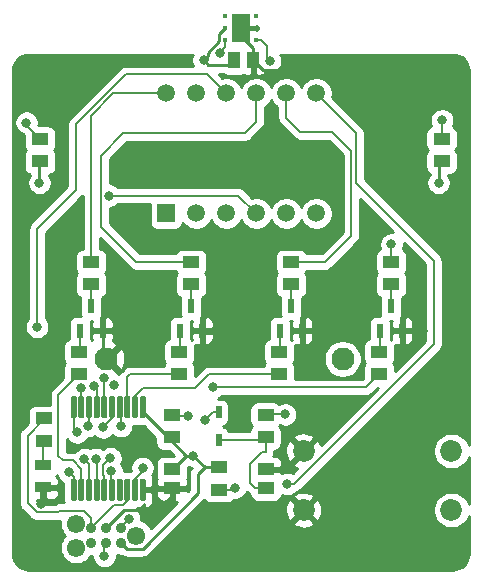
<source format=gbr>
%TF.GenerationSoftware,KiCad,Pcbnew,(5.1.10)-1*%
%TF.CreationDate,2021-11-08T18:16:21+01:00*%
%TF.ProjectId,RHT device,52485420-6465-4766-9963-652e6b696361,rev?*%
%TF.SameCoordinates,Original*%
%TF.FileFunction,Copper,L1,Top*%
%TF.FilePolarity,Positive*%
%FSLAX46Y46*%
G04 Gerber Fmt 4.6, Leading zero omitted, Abs format (unit mm)*
G04 Created by KiCad (PCBNEW (5.1.10)-1) date 2021-11-08 18:16:21*
%MOMM*%
%LPD*%
G01*
G04 APERTURE LIST*
%TA.AperFunction,ComponentPad*%
%ADD10C,1.950000*%
%TD*%
%TA.AperFunction,ComponentPad*%
%ADD11C,1.850000*%
%TD*%
%TA.AperFunction,SMDPad,CuDef*%
%ADD12R,1.450000X1.000000*%
%TD*%
%TA.AperFunction,SMDPad,CuDef*%
%ADD13R,0.600000X1.250000*%
%TD*%
%TA.AperFunction,SMDPad,CuDef*%
%ADD14R,1.400000X0.900000*%
%TD*%
%TA.AperFunction,ComponentPad*%
%ADD15C,1.550000*%
%TD*%
%TA.AperFunction,SMDPad,CuDef*%
%ADD16C,0.889000*%
%TD*%
%TA.AperFunction,SMDPad,CuDef*%
%ADD17R,1.500000X2.400000*%
%TD*%
%TA.AperFunction,SMDPad,CuDef*%
%ADD18R,0.360000X0.400000*%
%TD*%
%TA.AperFunction,SMDPad,CuDef*%
%ADD19R,0.500000X1.075000*%
%TD*%
%TA.AperFunction,SMDPad,CuDef*%
%ADD20R,1.020000X1.470000*%
%TD*%
%TA.AperFunction,SMDPad,CuDef*%
%ADD21R,1.470000X1.020000*%
%TD*%
%TA.AperFunction,ComponentPad*%
%ADD22C,1.500000*%
%TD*%
%TA.AperFunction,ComponentPad*%
%ADD23R,1.500000X1.500000*%
%TD*%
%TA.AperFunction,ViaPad*%
%ADD24C,0.800000*%
%TD*%
%TA.AperFunction,Conductor*%
%ADD25C,0.250000*%
%TD*%
%TA.AperFunction,Conductor*%
%ADD26C,0.200000*%
%TD*%
%TA.AperFunction,Conductor*%
%ADD27C,0.254000*%
%TD*%
%TA.AperFunction,Conductor*%
%ADD28C,0.100000*%
%TD*%
G04 APERTURE END LIST*
D10*
%TO.P,U2,2*%
%TO.N,gnd*%
X109370000Y-54700000D03*
%TO.P,U2,1*%
%TO.N,+3V*%
X129370000Y-54700000D03*
%TD*%
D11*
%TO.P,S1,4*%
%TO.N,gnd*%
X126070000Y-62500000D03*
%TO.P,S1,3*%
%TO.N,Net-(R11-Pad1)*%
X138570000Y-62500000D03*
%TO.P,S1,2*%
%TO.N,gnd*%
X126070000Y-67500000D03*
%TO.P,S1,1*%
%TO.N,Net-(R11-Pad1)*%
X138570000Y-67500000D03*
%TD*%
D12*
%TO.P,R14,2*%
%TO.N,/I2C_SCK*%
X137750000Y-36080000D03*
%TO.P,R14,1*%
%TO.N,+3V*%
X137750000Y-37980000D03*
%TD*%
%TO.P,R13,2*%
%TO.N,+3V*%
X103750000Y-37980000D03*
%TO.P,R13,1*%
%TO.N,/I2C_DATA*%
X103750000Y-36080000D03*
%TD*%
%TO.P,R12,2*%
%TO.N,Net-(C2-Pad1)*%
X122842000Y-61348000D03*
%TO.P,R12,1*%
%TO.N,Net-(R11-Pad1)*%
X122842000Y-59448000D03*
%TD*%
%TO.P,R11,2*%
%TO.N,+3V*%
X118906000Y-63893668D03*
%TO.P,R11,1*%
%TO.N,Net-(R11-Pad1)*%
X118906000Y-65793668D03*
%TD*%
%TO.P,R10,2*%
%TO.N,Net-(LED1-Pad2)*%
X104066000Y-61649000D03*
%TO.P,R10,1*%
%TO.N,/PGC*%
X104066000Y-59749000D03*
%TD*%
%TO.P,R9,2*%
%TO.N,/CC_4*%
X133472000Y-46504000D03*
%TO.P,R9,1*%
%TO.N,Net-(Q4-Pad3)*%
X133472000Y-48404000D03*
%TD*%
%TO.P,R8,2*%
%TO.N,Net-(Q4-Pad1)*%
X132456000Y-54124000D03*
%TO.P,R8,1*%
%TO.N,/C_4*%
X132456000Y-56024000D03*
%TD*%
%TO.P,R7,2*%
%TO.N,/CC_3*%
X125010666Y-46504000D03*
%TO.P,R7,1*%
%TO.N,Net-(Q3-Pad3)*%
X125010666Y-48404000D03*
%TD*%
%TO.P,R6,2*%
%TO.N,Net-(Q3-Pad1)*%
X123994666Y-54124000D03*
%TO.P,R6,1*%
%TO.N,/C_3*%
X123994666Y-56024000D03*
%TD*%
%TO.P,R5,2*%
%TO.N,/CC_2*%
X116549333Y-46504000D03*
%TO.P,R5,1*%
%TO.N,Net-(Q2-Pad3)*%
X116549333Y-48404000D03*
%TD*%
%TO.P,R4,2*%
%TO.N,Net-(Q2-Pad1)*%
X115533333Y-54124000D03*
%TO.P,R4,1*%
%TO.N,/C_2*%
X115533333Y-56024000D03*
%TD*%
%TO.P,R3,2*%
%TO.N,/CC_1*%
X108088000Y-46504000D03*
%TO.P,R3,1*%
%TO.N,Net-(Q1-Pad3)*%
X108088000Y-48404000D03*
%TD*%
%TO.P,R2,2*%
%TO.N,Net-(Q1-Pad1)*%
X107072000Y-54124000D03*
%TO.P,R2,1*%
%TO.N,/C_1*%
X107072000Y-56024000D03*
%TD*%
%TO.P,R1,2*%
%TO.N,/MCLR*%
X114890000Y-59448000D03*
%TO.P,R1,1*%
%TO.N,+3V*%
X114890000Y-61348000D03*
%TD*%
D13*
%TO.P,Q4,3*%
%TO.N,Net-(Q4-Pad3)*%
X133472000Y-50214000D03*
%TO.P,Q4,2*%
%TO.N,gnd*%
X134427000Y-52314000D03*
%TO.P,Q4,1*%
%TO.N,Net-(Q4-Pad1)*%
X132517000Y-52314000D03*
%TD*%
%TO.P,Q3,3*%
%TO.N,Net-(Q3-Pad3)*%
X125010666Y-50214000D03*
%TO.P,Q3,2*%
%TO.N,gnd*%
X125965666Y-52314000D03*
%TO.P,Q3,1*%
%TO.N,Net-(Q3-Pad1)*%
X124055666Y-52314000D03*
%TD*%
%TO.P,Q2,3*%
%TO.N,Net-(Q2-Pad3)*%
X116549333Y-50214000D03*
%TO.P,Q2,2*%
%TO.N,gnd*%
X117504333Y-52314000D03*
%TO.P,Q2,1*%
%TO.N,Net-(Q2-Pad1)*%
X115594333Y-52314000D03*
%TD*%
%TO.P,Q1,3*%
%TO.N,Net-(Q1-Pad3)*%
X108088000Y-50214000D03*
%TO.P,Q1,2*%
%TO.N,gnd*%
X109043000Y-52314000D03*
%TO.P,Q1,1*%
%TO.N,Net-(Q1-Pad1)*%
X107133000Y-52314000D03*
%TD*%
D14*
%TO.P,LED1,2*%
%TO.N,Net-(LED1-Pad2)*%
X104032000Y-63682000D03*
%TO.P,LED1,1*%
%TO.N,gnd*%
X104032000Y-65582000D03*
%TD*%
D15*
%TO.P,ISCP,9*%
%TO.N,N/C*%
X106820000Y-68649000D03*
%TO.P,ISCP,8*%
X106820000Y-70681000D03*
%TO.P,ISCP,7*%
X111900000Y-69665000D03*
D16*
%TO.P,ISCP,6*%
%TO.N,Net-(J1-Pad6)*%
X108090000Y-70300000D03*
%TO.P,ISCP,5*%
%TO.N,/PGC*%
X108090000Y-69030000D03*
%TO.P,ISCP,4*%
%TO.N,/B_1*%
X109360000Y-70300000D03*
%TO.P,ISCP,3*%
%TO.N,gnd*%
X109360000Y-69030000D03*
%TO.P,ISCP,2*%
%TO.N,+3V*%
X110630000Y-70300000D03*
%TO.P,ISCP,1*%
%TO.N,/MCLR*%
X110630000Y-69030000D03*
%TD*%
D17*
%TO.P,IC2,7*%
%TO.N,gnd*%
X120750000Y-26700000D03*
D18*
%TO.P,IC2,6*%
%TO.N,/I2C_SCK*%
X119430000Y-27700000D03*
%TO.P,IC2,5*%
%TO.N,+3V*%
X119430000Y-26700000D03*
%TO.P,IC2,4*%
%TO.N,Net-(IC2-Pad4)*%
X119430000Y-25700000D03*
%TO.P,IC2,3*%
%TO.N,Net-(IC2-Pad3)*%
X122070000Y-25700000D03*
%TO.P,IC2,2*%
%TO.N,gnd*%
X122070000Y-26700000D03*
%TO.P,IC2,1*%
%TO.N,/I2C_DATA*%
X122070000Y-27700000D03*
%TD*%
D19*
%TO.P,D1,2*%
%TO.N,Net-(C2-Pad1)*%
X118866000Y-61560000D03*
%TO.P,D1,1*%
%TO.N,/B_1*%
X118866000Y-59236000D03*
%TD*%
D20*
%TO.P,C3,2*%
%TO.N,+3V*%
X120200000Y-29360000D03*
%TO.P,C3,1*%
%TO.N,gnd*%
X121800000Y-29360000D03*
%TD*%
D21*
%TO.P,C2,2*%
%TO.N,gnd*%
X122882000Y-64043668D03*
%TO.P,C2,1*%
%TO.N,Net-(C2-Pad1)*%
X122882000Y-65643668D03*
%TD*%
%TO.P,C1,2*%
%TO.N,gnd*%
X114930000Y-65643668D03*
%TO.P,C1,1*%
%TO.N,+3V*%
X114930000Y-64043668D03*
%TD*%
D22*
%TO.P,U1,12*%
%TO.N,/CC_1*%
X114430000Y-32230000D03*
%TO.P,U1,11*%
%TO.N,/D_a*%
X116970000Y-32230000D03*
%TO.P,U1,10*%
%TO.N,/D_f*%
X119510000Y-32230000D03*
%TO.P,U1,9*%
%TO.N,/CC_2*%
X122050000Y-32230000D03*
%TO.P,U1,8*%
%TO.N,/CC_3*%
X124590000Y-32230000D03*
%TO.P,U1,7*%
%TO.N,/D_b*%
X127130000Y-32230000D03*
%TO.P,U1,6*%
%TO.N,/CC_4*%
X127130000Y-42390000D03*
%TO.P,U1,5*%
%TO.N,/D_g*%
X124590000Y-42390000D03*
%TO.P,U1,4*%
%TO.N,/D_c*%
X122050000Y-42390000D03*
%TO.P,U1,3*%
%TO.N,/D_dp*%
X119510000Y-42390000D03*
%TO.P,U1,2*%
%TO.N,/D_d*%
X116970000Y-42390000D03*
D23*
%TO.P,U1,1*%
%TO.N,/D_e*%
X114430000Y-42390000D03*
%TD*%
%TO.P,IC1,20*%
%TO.N,gnd*%
%TA.AperFunction,SMDPad,CuDef*%
G36*
G01*
X112326000Y-64836000D02*
X112576000Y-64836000D01*
G75*
G02*
X112701000Y-64961000I0J-125000D01*
G01*
X112701000Y-66611000D01*
G75*
G02*
X112576000Y-66736000I-125000J0D01*
G01*
X112326000Y-66736000D01*
G75*
G02*
X112201000Y-66611000I0J125000D01*
G01*
X112201000Y-64961000D01*
G75*
G02*
X112326000Y-64836000I125000J0D01*
G01*
G37*
%TD.AperFunction*%
%TO.P,IC1,19*%
%TO.N,/B_1*%
%TA.AperFunction,SMDPad,CuDef*%
G36*
G01*
X111676000Y-64836000D02*
X111926000Y-64836000D01*
G75*
G02*
X112051000Y-64961000I0J-125000D01*
G01*
X112051000Y-66611000D01*
G75*
G02*
X111926000Y-66736000I-125000J0D01*
G01*
X111676000Y-66736000D01*
G75*
G02*
X111551000Y-66611000I0J125000D01*
G01*
X111551000Y-64961000D01*
G75*
G02*
X111676000Y-64836000I125000J0D01*
G01*
G37*
%TD.AperFunction*%
%TO.P,IC1,18*%
%TO.N,/PGC*%
%TA.AperFunction,SMDPad,CuDef*%
G36*
G01*
X111026000Y-64836000D02*
X111276000Y-64836000D01*
G75*
G02*
X111401000Y-64961000I0J-125000D01*
G01*
X111401000Y-66611000D01*
G75*
G02*
X111276000Y-66736000I-125000J0D01*
G01*
X111026000Y-66736000D01*
G75*
G02*
X110901000Y-66611000I0J125000D01*
G01*
X110901000Y-64961000D01*
G75*
G02*
X111026000Y-64836000I125000J0D01*
G01*
G37*
%TD.AperFunction*%
%TO.P,IC1,17*%
%TO.N,Net-(IC1-Pad17)*%
%TA.AperFunction,SMDPad,CuDef*%
G36*
G01*
X110376000Y-64836000D02*
X110626000Y-64836000D01*
G75*
G02*
X110751000Y-64961000I0J-125000D01*
G01*
X110751000Y-66611000D01*
G75*
G02*
X110626000Y-66736000I-125000J0D01*
G01*
X110376000Y-66736000D01*
G75*
G02*
X110251000Y-66611000I0J125000D01*
G01*
X110251000Y-64961000D01*
G75*
G02*
X110376000Y-64836000I125000J0D01*
G01*
G37*
%TD.AperFunction*%
%TO.P,IC1,16*%
%TO.N,/D_a*%
%TA.AperFunction,SMDPad,CuDef*%
G36*
G01*
X109726000Y-64836000D02*
X109976000Y-64836000D01*
G75*
G02*
X110101000Y-64961000I0J-125000D01*
G01*
X110101000Y-66611000D01*
G75*
G02*
X109976000Y-66736000I-125000J0D01*
G01*
X109726000Y-66736000D01*
G75*
G02*
X109601000Y-66611000I0J125000D01*
G01*
X109601000Y-64961000D01*
G75*
G02*
X109726000Y-64836000I125000J0D01*
G01*
G37*
%TD.AperFunction*%
%TO.P,IC1,15*%
%TO.N,/D_b*%
%TA.AperFunction,SMDPad,CuDef*%
G36*
G01*
X109076000Y-64836000D02*
X109326000Y-64836000D01*
G75*
G02*
X109451000Y-64961000I0J-125000D01*
G01*
X109451000Y-66611000D01*
G75*
G02*
X109326000Y-66736000I-125000J0D01*
G01*
X109076000Y-66736000D01*
G75*
G02*
X108951000Y-66611000I0J125000D01*
G01*
X108951000Y-64961000D01*
G75*
G02*
X109076000Y-64836000I125000J0D01*
G01*
G37*
%TD.AperFunction*%
%TO.P,IC1,14*%
%TO.N,/D_c*%
%TA.AperFunction,SMDPad,CuDef*%
G36*
G01*
X108426000Y-64836000D02*
X108676000Y-64836000D01*
G75*
G02*
X108801000Y-64961000I0J-125000D01*
G01*
X108801000Y-66611000D01*
G75*
G02*
X108676000Y-66736000I-125000J0D01*
G01*
X108426000Y-66736000D01*
G75*
G02*
X108301000Y-66611000I0J125000D01*
G01*
X108301000Y-64961000D01*
G75*
G02*
X108426000Y-64836000I125000J0D01*
G01*
G37*
%TD.AperFunction*%
%TO.P,IC1,13*%
%TO.N,/I2C_DATA*%
%TA.AperFunction,SMDPad,CuDef*%
G36*
G01*
X107776000Y-64836000D02*
X108026000Y-64836000D01*
G75*
G02*
X108151000Y-64961000I0J-125000D01*
G01*
X108151000Y-66611000D01*
G75*
G02*
X108026000Y-66736000I-125000J0D01*
G01*
X107776000Y-66736000D01*
G75*
G02*
X107651000Y-66611000I0J125000D01*
G01*
X107651000Y-64961000D01*
G75*
G02*
X107776000Y-64836000I125000J0D01*
G01*
G37*
%TD.AperFunction*%
%TO.P,IC1,12*%
%TO.N,/C_1*%
%TA.AperFunction,SMDPad,CuDef*%
G36*
G01*
X107126000Y-64836000D02*
X107376000Y-64836000D01*
G75*
G02*
X107501000Y-64961000I0J-125000D01*
G01*
X107501000Y-66611000D01*
G75*
G02*
X107376000Y-66736000I-125000J0D01*
G01*
X107126000Y-66736000D01*
G75*
G02*
X107001000Y-66611000I0J125000D01*
G01*
X107001000Y-64961000D01*
G75*
G02*
X107126000Y-64836000I125000J0D01*
G01*
G37*
%TD.AperFunction*%
%TO.P,IC1,11*%
%TO.N,/I2C_SCK*%
%TA.AperFunction,SMDPad,CuDef*%
G36*
G01*
X106476000Y-64836000D02*
X106726000Y-64836000D01*
G75*
G02*
X106851000Y-64961000I0J-125000D01*
G01*
X106851000Y-66611000D01*
G75*
G02*
X106726000Y-66736000I-125000J0D01*
G01*
X106476000Y-66736000D01*
G75*
G02*
X106351000Y-66611000I0J125000D01*
G01*
X106351000Y-64961000D01*
G75*
G02*
X106476000Y-64836000I125000J0D01*
G01*
G37*
%TD.AperFunction*%
%TO.P,IC1,10*%
%TO.N,/C_4*%
%TA.AperFunction,SMDPad,CuDef*%
G36*
G01*
X106476000Y-57836000D02*
X106726000Y-57836000D01*
G75*
G02*
X106851000Y-57961000I0J-125000D01*
G01*
X106851000Y-59611000D01*
G75*
G02*
X106726000Y-59736000I-125000J0D01*
G01*
X106476000Y-59736000D01*
G75*
G02*
X106351000Y-59611000I0J125000D01*
G01*
X106351000Y-57961000D01*
G75*
G02*
X106476000Y-57836000I125000J0D01*
G01*
G37*
%TD.AperFunction*%
%TO.P,IC1,9*%
%TO.N,/D_dp*%
%TA.AperFunction,SMDPad,CuDef*%
G36*
G01*
X107126000Y-57836000D02*
X107376000Y-57836000D01*
G75*
G02*
X107501000Y-57961000I0J-125000D01*
G01*
X107501000Y-59611000D01*
G75*
G02*
X107376000Y-59736000I-125000J0D01*
G01*
X107126000Y-59736000D01*
G75*
G02*
X107001000Y-59611000I0J125000D01*
G01*
X107001000Y-57961000D01*
G75*
G02*
X107126000Y-57836000I125000J0D01*
G01*
G37*
%TD.AperFunction*%
%TO.P,IC1,8*%
%TO.N,/D_g*%
%TA.AperFunction,SMDPad,CuDef*%
G36*
G01*
X107776000Y-57836000D02*
X108026000Y-57836000D01*
G75*
G02*
X108151000Y-57961000I0J-125000D01*
G01*
X108151000Y-59611000D01*
G75*
G02*
X108026000Y-59736000I-125000J0D01*
G01*
X107776000Y-59736000D01*
G75*
G02*
X107651000Y-59611000I0J125000D01*
G01*
X107651000Y-57961000D01*
G75*
G02*
X107776000Y-57836000I125000J0D01*
G01*
G37*
%TD.AperFunction*%
%TO.P,IC1,7*%
%TO.N,/D_d*%
%TA.AperFunction,SMDPad,CuDef*%
G36*
G01*
X108426000Y-57836000D02*
X108676000Y-57836000D01*
G75*
G02*
X108801000Y-57961000I0J-125000D01*
G01*
X108801000Y-59611000D01*
G75*
G02*
X108676000Y-59736000I-125000J0D01*
G01*
X108426000Y-59736000D01*
G75*
G02*
X108301000Y-59611000I0J125000D01*
G01*
X108301000Y-57961000D01*
G75*
G02*
X108426000Y-57836000I125000J0D01*
G01*
G37*
%TD.AperFunction*%
%TO.P,IC1,6*%
%TO.N,/D_e*%
%TA.AperFunction,SMDPad,CuDef*%
G36*
G01*
X109076000Y-57836000D02*
X109326000Y-57836000D01*
G75*
G02*
X109451000Y-57961000I0J-125000D01*
G01*
X109451000Y-59611000D01*
G75*
G02*
X109326000Y-59736000I-125000J0D01*
G01*
X109076000Y-59736000D01*
G75*
G02*
X108951000Y-59611000I0J125000D01*
G01*
X108951000Y-57961000D01*
G75*
G02*
X109076000Y-57836000I125000J0D01*
G01*
G37*
%TD.AperFunction*%
%TO.P,IC1,5*%
%TO.N,/D_f*%
%TA.AperFunction,SMDPad,CuDef*%
G36*
G01*
X109726000Y-57836000D02*
X109976000Y-57836000D01*
G75*
G02*
X110101000Y-57961000I0J-125000D01*
G01*
X110101000Y-59611000D01*
G75*
G02*
X109976000Y-59736000I-125000J0D01*
G01*
X109726000Y-59736000D01*
G75*
G02*
X109601000Y-59611000I0J125000D01*
G01*
X109601000Y-57961000D01*
G75*
G02*
X109726000Y-57836000I125000J0D01*
G01*
G37*
%TD.AperFunction*%
%TO.P,IC1,4*%
%TO.N,/MCLR*%
%TA.AperFunction,SMDPad,CuDef*%
G36*
G01*
X110376000Y-57836000D02*
X110626000Y-57836000D01*
G75*
G02*
X110751000Y-57961000I0J-125000D01*
G01*
X110751000Y-59611000D01*
G75*
G02*
X110626000Y-59736000I-125000J0D01*
G01*
X110376000Y-59736000D01*
G75*
G02*
X110251000Y-59611000I0J125000D01*
G01*
X110251000Y-57961000D01*
G75*
G02*
X110376000Y-57836000I125000J0D01*
G01*
G37*
%TD.AperFunction*%
%TO.P,IC1,3*%
%TO.N,/C_2*%
%TA.AperFunction,SMDPad,CuDef*%
G36*
G01*
X111026000Y-57836000D02*
X111276000Y-57836000D01*
G75*
G02*
X111401000Y-57961000I0J-125000D01*
G01*
X111401000Y-59611000D01*
G75*
G02*
X111276000Y-59736000I-125000J0D01*
G01*
X111026000Y-59736000D01*
G75*
G02*
X110901000Y-59611000I0J125000D01*
G01*
X110901000Y-57961000D01*
G75*
G02*
X111026000Y-57836000I125000J0D01*
G01*
G37*
%TD.AperFunction*%
%TO.P,IC1,2*%
%TO.N,/C_3*%
%TA.AperFunction,SMDPad,CuDef*%
G36*
G01*
X111676000Y-57836000D02*
X111926000Y-57836000D01*
G75*
G02*
X112051000Y-57961000I0J-125000D01*
G01*
X112051000Y-59611000D01*
G75*
G02*
X111926000Y-59736000I-125000J0D01*
G01*
X111676000Y-59736000D01*
G75*
G02*
X111551000Y-59611000I0J125000D01*
G01*
X111551000Y-57961000D01*
G75*
G02*
X111676000Y-57836000I125000J0D01*
G01*
G37*
%TD.AperFunction*%
%TO.P,IC1,1*%
%TO.N,+3V*%
%TA.AperFunction,SMDPad,CuDef*%
G36*
G01*
X112326000Y-57836000D02*
X112576000Y-57836000D01*
G75*
G02*
X112701000Y-57961000I0J-125000D01*
G01*
X112701000Y-59611000D01*
G75*
G02*
X112576000Y-59736000I-125000J0D01*
G01*
X112326000Y-59736000D01*
G75*
G02*
X112201000Y-59611000I0J125000D01*
G01*
X112201000Y-57961000D01*
G75*
G02*
X112326000Y-57836000I125000J0D01*
G01*
G37*
%TD.AperFunction*%
%TD*%
D24*
%TO.N,gnd*%
X113600000Y-67500000D03*
X103800000Y-67000000D03*
X136200000Y-52300000D03*
X127100000Y-52400000D03*
X119000000Y-52500000D03*
X124700000Y-30100000D03*
%TO.N,+3V*%
X116700000Y-62900000D03*
X137500000Y-39800000D03*
X103700000Y-39800000D03*
X117600000Y-29400000D03*
%TO.N,/B_1*%
X112434610Y-63926954D03*
X109200000Y-71400000D03*
X117700000Y-59900000D03*
%TO.N,/D_a*%
X109800000Y-64200000D03*
%TO.N,/D_b*%
X109700000Y-63100000D03*
X124700000Y-65300000D03*
%TO.N,/D_c*%
X109626385Y-40883665D03*
X108500000Y-63200000D03*
%TO.N,/C_4*%
X118400000Y-57100000D03*
X106900000Y-60928547D03*
%TO.N,/D_dp*%
X107200000Y-57200000D03*
%TO.N,/D_g*%
X110000000Y-56900000D03*
X107800000Y-60400000D03*
%TO.N,/D_d*%
X108300000Y-57000000D03*
%TO.N,/D_e*%
X109200000Y-56300000D03*
%TO.N,/D_f*%
X109100000Y-60500000D03*
X103500000Y-52000000D03*
%TO.N,/CC_4*%
X133500000Y-45000000D03*
%TO.N,Net-(R11-Pad1)*%
X120300000Y-65600000D03*
X124500000Y-59400000D03*
%TO.N,/MCLR*%
X111300000Y-68225000D03*
X110600000Y-60400000D03*
X116300000Y-59500000D03*
%TO.N,/I2C_DATA*%
X123200000Y-29480829D03*
X102600000Y-34700000D03*
X107500000Y-63200000D03*
%TO.N,/I2C_SCK*%
X118980829Y-28780829D03*
X137800000Y-34500000D03*
X106200000Y-64300000D03*
%TD*%
D25*
%TO.N,gnd*%
X124526332Y-64043668D02*
X126070000Y-62500000D01*
X122882000Y-64043668D02*
X124526332Y-64043668D01*
X110890000Y-67500000D02*
X113600000Y-67500000D01*
X109360000Y-69030000D02*
X110890000Y-67500000D01*
X114787668Y-65786000D02*
X114930000Y-65643668D01*
X112451000Y-65786000D02*
X114787668Y-65786000D01*
X113600000Y-67500000D02*
X114400000Y-66700000D01*
X114400000Y-66700000D02*
X114500000Y-66700000D01*
X114930000Y-66270000D02*
X114930000Y-65643668D01*
X114500000Y-66700000D02*
X114930000Y-66270000D01*
X103800000Y-65814000D02*
X104032000Y-65582000D01*
X103800000Y-67000000D02*
X103800000Y-65814000D01*
X134441000Y-52300000D02*
X134427000Y-52314000D01*
X136200000Y-52300000D02*
X134441000Y-52300000D01*
X126051666Y-52400000D02*
X125965666Y-52314000D01*
X127100000Y-52400000D02*
X126051666Y-52400000D01*
X117690333Y-52500000D02*
X117504333Y-52314000D01*
X119000000Y-52500000D02*
X117690333Y-52500000D01*
X109043000Y-54373000D02*
X109370000Y-54700000D01*
X109043000Y-52314000D02*
X109043000Y-54373000D01*
X122070000Y-26700000D02*
X120750000Y-26700000D01*
X120750000Y-27555000D02*
X120750000Y-26700000D01*
X120750000Y-27325000D02*
X120750000Y-26700000D01*
X121800000Y-28375000D02*
X120750000Y-27325000D01*
X121800000Y-29360000D02*
X121800000Y-28375000D01*
X124594170Y-30205830D02*
X124700000Y-30100000D01*
X122645830Y-30205830D02*
X124594170Y-30205830D01*
X121800000Y-29360000D02*
X122645830Y-30205830D01*
%TO.N,+3V*%
X112451000Y-59216685D02*
X112451000Y-58786000D01*
X116700000Y-62900000D02*
X116134315Y-62900000D01*
X114990647Y-64043668D02*
X116134315Y-62900000D01*
X114930000Y-64043668D02*
X114990647Y-64043668D01*
X117693668Y-63893668D02*
X116700000Y-62900000D01*
X118906000Y-63893668D02*
X117693668Y-63893668D01*
X112428001Y-70765001D02*
X117100000Y-66093002D01*
X111095001Y-70765001D02*
X112428001Y-70765001D01*
X110630000Y-70300000D02*
X111095001Y-70765001D01*
X117100000Y-64487336D02*
X117693668Y-63893668D01*
X117100000Y-66093002D02*
X117100000Y-64487336D01*
X137500000Y-38230000D02*
X137750000Y-37980000D01*
X137500000Y-39800000D02*
X137500000Y-38230000D01*
X103700000Y-38030000D02*
X103750000Y-37980000D01*
X103700000Y-39800000D02*
X103700000Y-38030000D01*
X118924999Y-27811353D02*
X117936352Y-28800000D01*
X118924999Y-27205001D02*
X118924999Y-27811353D01*
X119430000Y-26700000D02*
X118924999Y-27205001D01*
X117936352Y-29063648D02*
X117600000Y-29400000D01*
X117936352Y-28800000D02*
X117936352Y-29063648D01*
X119760001Y-29799999D02*
X120200000Y-29360000D01*
X117999999Y-29799999D02*
X119760001Y-29799999D01*
X117600000Y-29400000D02*
X117999999Y-29799999D01*
X114852000Y-61348000D02*
X114717158Y-61482842D01*
X114890000Y-61348000D02*
X114852000Y-61348000D01*
X114717158Y-61482842D02*
X112451000Y-59216685D01*
X116134315Y-62900000D02*
X114717158Y-61482842D01*
D26*
%TO.N,/B_1*%
X112434610Y-64202390D02*
X112434610Y-63926954D01*
X111801000Y-64836000D02*
X112434610Y-64202390D01*
X111801000Y-65786000D02*
X111801000Y-64836000D01*
X109200000Y-70460000D02*
X109360000Y-70300000D01*
X109200000Y-71400000D02*
X109200000Y-70460000D01*
X118364000Y-59236000D02*
X117700000Y-59900000D01*
X118866000Y-59236000D02*
X118364000Y-59236000D01*
%TO.N,/D_a*%
X109800000Y-65735000D02*
X109851000Y-65786000D01*
X109800000Y-64200000D02*
X109800000Y-65735000D01*
%TO.N,/D_b*%
X109099999Y-63700001D02*
X109700000Y-63100000D01*
X109099999Y-64536001D02*
X109099999Y-63700001D01*
X109201000Y-64637002D02*
X109099999Y-64536001D01*
X109201000Y-65786000D02*
X109201000Y-64637002D01*
X125265685Y-65300000D02*
X137100000Y-53465685D01*
X124700000Y-65300000D02*
X125265685Y-65300000D01*
X137100000Y-53465685D02*
X137100000Y-46400000D01*
X137100000Y-46400000D02*
X130500000Y-39800000D01*
X130500008Y-35600008D02*
X127130000Y-32230000D01*
X130500008Y-39799992D02*
X130500008Y-35600008D01*
X130500000Y-39800000D02*
X130500008Y-39799992D01*
%TO.N,/D_c*%
X120543665Y-40883665D02*
X109626385Y-40883665D01*
X122050000Y-42390000D02*
X120543665Y-40883665D01*
X108551000Y-63451000D02*
X108551000Y-65786000D01*
X108500000Y-63400000D02*
X108551000Y-63451000D01*
X108500000Y-63200000D02*
X108500000Y-63400000D01*
%TO.N,/C_1*%
X107251000Y-65786000D02*
X107251000Y-64051000D01*
X107251000Y-64051000D02*
X106500000Y-63300000D01*
X106500000Y-63300000D02*
X105700000Y-63300000D01*
X105700000Y-63300000D02*
X105300000Y-62900000D01*
X105300000Y-57796000D02*
X107072000Y-56024000D01*
X105300000Y-62900000D02*
X105300000Y-57796000D01*
%TO.N,/C_2*%
X115533333Y-56024000D02*
X111376000Y-56024000D01*
X111151000Y-56249000D02*
X111151000Y-58786000D01*
X111376000Y-56024000D02*
X111151000Y-56249000D01*
%TO.N,/C_3*%
X112437000Y-57200000D02*
X111801000Y-57836000D01*
X111801000Y-57836000D02*
X111801000Y-58786000D01*
X116900000Y-57200000D02*
X112437000Y-57200000D01*
X118076000Y-56024000D02*
X116900000Y-57200000D01*
X123994666Y-56024000D02*
X118076000Y-56024000D01*
%TO.N,/C_4*%
X132456000Y-56024000D02*
X131380000Y-57100000D01*
X131380000Y-57100000D02*
X118400000Y-57100000D01*
X106601000Y-60629547D02*
X106601000Y-58786000D01*
X106900000Y-60928547D02*
X106601000Y-60629547D01*
%TO.N,/D_dp*%
X107251000Y-57251000D02*
X107200000Y-57200000D01*
X107251000Y-58786000D02*
X107251000Y-57251000D01*
%TO.N,/D_g*%
X107901000Y-60299000D02*
X107901000Y-58786000D01*
X107800000Y-60400000D02*
X107901000Y-60299000D01*
%TO.N,/D_d*%
X108551000Y-57251000D02*
X108551000Y-58786000D01*
X108300000Y-57000000D02*
X108551000Y-57251000D01*
%TO.N,/D_e*%
X109200000Y-58785000D02*
X109201000Y-58786000D01*
X109200000Y-56300000D02*
X109200000Y-58785000D01*
%TO.N,/D_f*%
X109851000Y-59749000D02*
X109100000Y-60500000D01*
X109851000Y-58786000D02*
X109851000Y-59749000D01*
X103500000Y-52000000D02*
X103500000Y-43700000D01*
X103500000Y-43700000D02*
X106800000Y-40400000D01*
X106800000Y-34834302D02*
X111034302Y-30600000D01*
X106800000Y-40400000D02*
X106800000Y-34834302D01*
X117880000Y-30600000D02*
X119510000Y-32230000D01*
X111034302Y-30600000D02*
X117880000Y-30600000D01*
%TO.N,Net-(LED1-Pad2)*%
X104032000Y-61683000D02*
X104066000Y-61649000D01*
X104032000Y-63682000D02*
X104032000Y-61683000D01*
%TO.N,Net-(Q1-Pad3)*%
X108088000Y-50214000D02*
X108088000Y-48404000D01*
%TO.N,Net-(Q1-Pad1)*%
X107133000Y-54063000D02*
X107072000Y-54124000D01*
X107133000Y-52314000D02*
X107133000Y-54063000D01*
%TO.N,Net-(Q2-Pad3)*%
X116549333Y-50214000D02*
X116549333Y-48404000D01*
%TO.N,Net-(Q2-Pad1)*%
X115594333Y-54063000D02*
X115533333Y-54124000D01*
X115594333Y-52314000D02*
X115594333Y-54063000D01*
%TO.N,Net-(Q3-Pad3)*%
X125010666Y-50214000D02*
X125010666Y-48404000D01*
%TO.N,Net-(Q3-Pad1)*%
X124055666Y-54063000D02*
X123994666Y-54124000D01*
X124055666Y-52314000D02*
X124055666Y-54063000D01*
%TO.N,Net-(Q4-Pad3)*%
X133472000Y-50214000D02*
X133472000Y-48404000D01*
%TO.N,Net-(Q4-Pad1)*%
X132517000Y-54063000D02*
X132456000Y-54124000D01*
X132517000Y-52314000D02*
X132517000Y-54063000D01*
%TO.N,/CC_1*%
X108088000Y-46504000D02*
X108088000Y-34112000D01*
X109970000Y-32230000D02*
X114430000Y-32230000D01*
X108088000Y-34112000D02*
X109970000Y-32230000D01*
%TO.N,/CC_2*%
X122050000Y-32230000D02*
X122050000Y-34650000D01*
X122050000Y-34650000D02*
X121100000Y-35600000D01*
X110800000Y-35600000D02*
X108900000Y-37500000D01*
X121100000Y-35600000D02*
X110800000Y-35600000D01*
X108900000Y-37500000D02*
X108900000Y-43500000D01*
X111904000Y-46504000D02*
X116549333Y-46504000D01*
X108900000Y-43500000D02*
X111904000Y-46504000D01*
%TO.N,/CC_3*%
X125010666Y-46504000D02*
X127896000Y-46504000D01*
X127896000Y-46504000D02*
X130100000Y-44300000D01*
X130100000Y-44300000D02*
X130100000Y-37100000D01*
X130100000Y-37100000D02*
X128500000Y-35500000D01*
X128500000Y-35500000D02*
X125800000Y-35500000D01*
X124590000Y-34290000D02*
X124590000Y-32230000D01*
X125800000Y-35500000D02*
X124590000Y-34290000D01*
%TO.N,/CC_4*%
X133500000Y-46476000D02*
X133472000Y-46504000D01*
X133500000Y-45000000D02*
X133500000Y-46476000D01*
%TO.N,Net-(R11-Pad1)*%
X120106332Y-65793668D02*
X120300000Y-65600000D01*
X118906000Y-65793668D02*
X120106332Y-65793668D01*
X122890000Y-59400000D02*
X122842000Y-59448000D01*
X124500000Y-59400000D02*
X122890000Y-59400000D01*
%TO.N,/MCLR*%
X110630000Y-68895000D02*
X111300000Y-68225000D01*
X110630000Y-69030000D02*
X110630000Y-68895000D01*
X110600000Y-58885000D02*
X110501000Y-58786000D01*
X110600000Y-60400000D02*
X110600000Y-58885000D01*
X114942000Y-59500000D02*
X114890000Y-59448000D01*
X116300000Y-59500000D02*
X114942000Y-59500000D01*
%TO.N,Net-(C2-Pad1)*%
X122630000Y-61560000D02*
X122842000Y-61348000D01*
X118866000Y-61560000D02*
X122630000Y-61560000D01*
X122842000Y-61348000D02*
X122842000Y-62558000D01*
X122582666Y-62558000D02*
X121500000Y-63640666D01*
X122842000Y-62558000D02*
X122582666Y-62558000D01*
X121947000Y-65643668D02*
X122882000Y-65643668D01*
X121500000Y-65196668D02*
X121947000Y-65643668D01*
X121500000Y-63640666D02*
X121500000Y-65196668D01*
%TO.N,/PGC*%
X110045010Y-67074990D02*
X108090000Y-69030000D01*
X110812010Y-67074990D02*
X110045010Y-67074990D01*
X111151000Y-66736000D02*
X110812010Y-67074990D01*
X111151000Y-65786000D02*
X111151000Y-66736000D01*
X104066000Y-59749000D02*
X104066000Y-59834000D01*
X104066000Y-59834000D02*
X102700000Y-61200000D01*
X103463999Y-67700001D02*
X105299999Y-67700001D01*
X102700000Y-66936002D02*
X103463999Y-67700001D01*
X102700000Y-61200000D02*
X102700000Y-66936002D01*
X105426001Y-67573999D02*
X107473999Y-67573999D01*
X105299999Y-67700001D02*
X105426001Y-67573999D01*
X108090000Y-68190000D02*
X108090000Y-69030000D01*
X107473999Y-67573999D02*
X108090000Y-68190000D01*
%TO.N,/I2C_DATA*%
X122450000Y-27700000D02*
X123000000Y-28250000D01*
X122070000Y-27700000D02*
X122450000Y-27700000D01*
X123000000Y-29280829D02*
X123200000Y-29480829D01*
X123000000Y-28250000D02*
X123000000Y-29280829D01*
X102600000Y-34930000D02*
X103750000Y-36080000D01*
X102600000Y-34700000D02*
X102600000Y-34930000D01*
X107901000Y-63601000D02*
X107500000Y-63200000D01*
X107901000Y-65786000D02*
X107901000Y-63601000D01*
%TO.N,/I2C_SCK*%
X119430000Y-28331658D02*
X118980829Y-28780829D01*
X119430000Y-27700000D02*
X119430000Y-28331658D01*
X137800000Y-36030000D02*
X137750000Y-36080000D01*
X137800000Y-34500000D02*
X137800000Y-36030000D01*
X106601000Y-64701000D02*
X106200000Y-64300000D01*
X106601000Y-65786000D02*
X106601000Y-64701000D01*
%TD*%
D27*
%TO.N,gnd*%
X116604774Y-29098102D02*
X116565000Y-29298061D01*
X116565000Y-29501939D01*
X116604774Y-29701898D01*
X116672334Y-29865000D01*
X111070396Y-29865000D01*
X111034301Y-29861445D01*
X110998206Y-29865000D01*
X110998197Y-29865000D01*
X110890217Y-29875635D01*
X110751669Y-29917663D01*
X110623982Y-29985913D01*
X110512064Y-30077762D01*
X110489048Y-30105807D01*
X106305808Y-34289048D01*
X106277763Y-34312064D01*
X106185914Y-34423982D01*
X106180514Y-34434085D01*
X106117664Y-34551669D01*
X106075635Y-34690217D01*
X106061444Y-34834302D01*
X106065001Y-34870417D01*
X106065000Y-40095553D01*
X103005808Y-43154746D01*
X102977763Y-43177762D01*
X102885914Y-43289680D01*
X102850511Y-43355915D01*
X102817664Y-43417367D01*
X102775635Y-43555915D01*
X102761444Y-43700000D01*
X102765001Y-43736115D01*
X102765000Y-51271289D01*
X102696063Y-51340226D01*
X102582795Y-51509744D01*
X102504774Y-51698102D01*
X102465000Y-51898061D01*
X102465000Y-52101939D01*
X102504774Y-52301898D01*
X102582795Y-52490256D01*
X102696063Y-52659774D01*
X102840226Y-52803937D01*
X103009744Y-52917205D01*
X103198102Y-52995226D01*
X103398061Y-53035000D01*
X103601939Y-53035000D01*
X103801898Y-52995226D01*
X103990256Y-52917205D01*
X104159774Y-52803937D01*
X104303937Y-52659774D01*
X104417205Y-52490256D01*
X104495226Y-52301898D01*
X104535000Y-52101939D01*
X104535000Y-51898061D01*
X104495226Y-51698102D01*
X104417205Y-51509744D01*
X104303937Y-51340226D01*
X104235000Y-51271289D01*
X104235000Y-44004446D01*
X107294197Y-40945250D01*
X107322237Y-40922238D01*
X107345250Y-40894197D01*
X107345253Y-40894194D01*
X107353000Y-40884754D01*
X107353000Y-45366913D01*
X107238518Y-45378188D01*
X107118820Y-45414498D01*
X107008506Y-45473463D01*
X106911815Y-45552815D01*
X106832463Y-45649506D01*
X106773498Y-45759820D01*
X106737188Y-45879518D01*
X106724928Y-46004000D01*
X106724928Y-47004000D01*
X106737188Y-47128482D01*
X106773498Y-47248180D01*
X106832463Y-47358494D01*
X106910842Y-47454000D01*
X106832463Y-47549506D01*
X106773498Y-47659820D01*
X106737188Y-47779518D01*
X106724928Y-47904000D01*
X106724928Y-48904000D01*
X106737188Y-49028482D01*
X106773498Y-49148180D01*
X106832463Y-49258494D01*
X106911815Y-49355185D01*
X107008506Y-49434537D01*
X107118820Y-49493502D01*
X107158158Y-49505435D01*
X107149928Y-49589000D01*
X107149928Y-50839000D01*
X107162188Y-50963482D01*
X107188714Y-51050928D01*
X106833000Y-51050928D01*
X106708518Y-51063188D01*
X106588820Y-51099498D01*
X106478506Y-51158463D01*
X106381815Y-51237815D01*
X106302463Y-51334506D01*
X106243498Y-51444820D01*
X106207188Y-51564518D01*
X106194928Y-51689000D01*
X106194928Y-52939000D01*
X106201389Y-53004598D01*
X106102820Y-53034498D01*
X105992506Y-53093463D01*
X105895815Y-53172815D01*
X105816463Y-53269506D01*
X105757498Y-53379820D01*
X105721188Y-53499518D01*
X105708928Y-53624000D01*
X105708928Y-54624000D01*
X105721188Y-54748482D01*
X105757498Y-54868180D01*
X105816463Y-54978494D01*
X105894842Y-55074000D01*
X105816463Y-55169506D01*
X105757498Y-55279820D01*
X105721188Y-55399518D01*
X105708928Y-55524000D01*
X105708928Y-56347625D01*
X104805808Y-57250746D01*
X104777763Y-57273762D01*
X104685914Y-57385680D01*
X104666807Y-57421427D01*
X104617664Y-57513367D01*
X104575635Y-57651915D01*
X104561444Y-57796000D01*
X104565001Y-57832115D01*
X104565001Y-58610928D01*
X103341000Y-58610928D01*
X103216518Y-58623188D01*
X103096820Y-58659498D01*
X102986506Y-58718463D01*
X102889815Y-58797815D01*
X102810463Y-58894506D01*
X102751498Y-59004820D01*
X102715188Y-59124518D01*
X102702928Y-59249000D01*
X102702928Y-60157626D01*
X102205808Y-60654746D01*
X102177762Y-60677763D01*
X102085913Y-60789681D01*
X102017663Y-60917368D01*
X101998258Y-60981337D01*
X101975635Y-61055915D01*
X101961444Y-61200000D01*
X101965000Y-61236105D01*
X101965001Y-66899887D01*
X101961444Y-66936002D01*
X101975635Y-67080087D01*
X102013773Y-67205807D01*
X102017664Y-67218635D01*
X102085914Y-67346322D01*
X102177763Y-67458240D01*
X102205808Y-67481256D01*
X102918745Y-68194194D01*
X102941761Y-68222239D01*
X102969805Y-68245254D01*
X103053679Y-68314088D01*
X103181365Y-68382338D01*
X103319914Y-68424366D01*
X103463999Y-68438557D01*
X103500104Y-68435001D01*
X105263894Y-68435001D01*
X105299999Y-68438557D01*
X105336104Y-68435001D01*
X105426719Y-68426076D01*
X105410000Y-68510127D01*
X105410000Y-68787873D01*
X105464186Y-69060282D01*
X105570475Y-69316885D01*
X105724782Y-69547822D01*
X105841960Y-69665000D01*
X105724782Y-69782178D01*
X105570475Y-70013115D01*
X105464186Y-70269718D01*
X105410000Y-70542127D01*
X105410000Y-70819873D01*
X105464186Y-71092282D01*
X105570475Y-71348885D01*
X105724782Y-71579822D01*
X105921178Y-71776218D01*
X106152115Y-71930525D01*
X106408718Y-72036814D01*
X106681127Y-72091000D01*
X106958873Y-72091000D01*
X107231282Y-72036814D01*
X107487885Y-71930525D01*
X107718822Y-71776218D01*
X107915218Y-71579822D01*
X108049069Y-71379500D01*
X108165000Y-71379500D01*
X108165000Y-71501939D01*
X108204774Y-71701898D01*
X108282795Y-71890256D01*
X108396063Y-72059774D01*
X108540226Y-72203937D01*
X108709744Y-72317205D01*
X108898102Y-72395226D01*
X109098061Y-72435000D01*
X109301939Y-72435000D01*
X109501898Y-72395226D01*
X109690256Y-72317205D01*
X109859774Y-72203937D01*
X110003937Y-72059774D01*
X110117205Y-71890256D01*
X110195226Y-71701898D01*
X110235000Y-71501939D01*
X110235000Y-71304827D01*
X110315122Y-71338015D01*
X110523679Y-71379500D01*
X110645776Y-71379500D01*
X110670725Y-71399975D01*
X110802754Y-71470547D01*
X110946015Y-71514004D01*
X111057668Y-71525001D01*
X111057676Y-71525001D01*
X111095001Y-71528677D01*
X111132326Y-71525001D01*
X112390679Y-71525001D01*
X112428001Y-71528677D01*
X112465323Y-71525001D01*
X112465334Y-71525001D01*
X112576987Y-71514004D01*
X112720248Y-71470547D01*
X112852277Y-71399975D01*
X112968002Y-71305002D01*
X112991805Y-71275998D01*
X115685886Y-68581917D01*
X125167688Y-68581917D01*
X125254393Y-68838653D01*
X125531223Y-68972048D01*
X125828757Y-69048873D01*
X126135562Y-69066176D01*
X126439848Y-69023292D01*
X126729921Y-68921868D01*
X126885607Y-68838653D01*
X126972312Y-68581917D01*
X126070000Y-67679605D01*
X125167688Y-68581917D01*
X115685886Y-68581917D01*
X116702241Y-67565562D01*
X124503824Y-67565562D01*
X124546708Y-67869848D01*
X124648132Y-68159921D01*
X124731347Y-68315607D01*
X124988083Y-68402312D01*
X125890395Y-67500000D01*
X126249605Y-67500000D01*
X127151917Y-68402312D01*
X127408653Y-68315607D01*
X127542048Y-68038777D01*
X127618873Y-67741243D01*
X127636176Y-67434438D01*
X127593292Y-67130152D01*
X127491868Y-66840079D01*
X127408653Y-66684393D01*
X127151917Y-66597688D01*
X126249605Y-67500000D01*
X125890395Y-67500000D01*
X124988083Y-66597688D01*
X124731347Y-66684393D01*
X124597952Y-66961223D01*
X124521127Y-67258757D01*
X124503824Y-67565562D01*
X116702241Y-67565562D01*
X117611004Y-66656800D01*
X117640001Y-66633003D01*
X117641430Y-66631262D01*
X117650463Y-66648162D01*
X117729815Y-66744853D01*
X117826506Y-66824205D01*
X117936820Y-66883170D01*
X118056518Y-66919480D01*
X118181000Y-66931740D01*
X119631000Y-66931740D01*
X119755482Y-66919480D01*
X119875180Y-66883170D01*
X119985494Y-66824205D01*
X120082185Y-66744853D01*
X120161537Y-66648162D01*
X120171406Y-66629698D01*
X120198061Y-66635000D01*
X120401939Y-66635000D01*
X120601898Y-66595226D01*
X120790256Y-66517205D01*
X120959774Y-66403937D01*
X121103937Y-66259774D01*
X121217205Y-66090256D01*
X121257313Y-65993427D01*
X121401741Y-66137855D01*
X121424762Y-66165906D01*
X121517640Y-66242130D01*
X121521188Y-66278150D01*
X121557498Y-66397848D01*
X121616463Y-66508162D01*
X121695815Y-66604853D01*
X121792506Y-66684205D01*
X121902820Y-66743170D01*
X122022518Y-66779480D01*
X122147000Y-66791740D01*
X123617000Y-66791740D01*
X123741482Y-66779480D01*
X123861180Y-66743170D01*
X123971494Y-66684205D01*
X124068185Y-66604853D01*
X124147537Y-66508162D01*
X124206502Y-66397848D01*
X124242812Y-66278150D01*
X124247283Y-66232754D01*
X124398102Y-66295226D01*
X124598061Y-66335000D01*
X124801939Y-66335000D01*
X125001898Y-66295226D01*
X125190256Y-66217205D01*
X125248722Y-66178139D01*
X125167688Y-66418083D01*
X126070000Y-67320395D01*
X126972312Y-66418083D01*
X126885607Y-66161347D01*
X126608777Y-66027952D01*
X126311243Y-65951127D01*
X126004438Y-65933824D01*
X125700152Y-65976708D01*
X125410079Y-66078132D01*
X125351670Y-66109352D01*
X125359774Y-66103937D01*
X125452224Y-66011487D01*
X125548318Y-65982337D01*
X125676005Y-65914087D01*
X125787923Y-65822238D01*
X125810944Y-65794187D01*
X137594198Y-54010934D01*
X137622237Y-53987923D01*
X137645250Y-53959882D01*
X137645253Y-53959879D01*
X137714087Y-53876005D01*
X137765206Y-53780367D01*
X137782337Y-53748318D01*
X137824365Y-53609770D01*
X137835000Y-53501790D01*
X137835000Y-53501789D01*
X137838556Y-53465685D01*
X137835000Y-53429580D01*
X137835000Y-46436105D01*
X137838556Y-46400000D01*
X137824365Y-46255915D01*
X137782337Y-46117366D01*
X137714087Y-45989680D01*
X137645253Y-45905806D01*
X137622238Y-45877762D01*
X137594193Y-45854746D01*
X131235008Y-39495562D01*
X131235008Y-35636112D01*
X131238564Y-35600007D01*
X131236594Y-35580000D01*
X136386928Y-35580000D01*
X136386928Y-36580000D01*
X136399188Y-36704482D01*
X136435498Y-36824180D01*
X136494463Y-36934494D01*
X136572842Y-37030000D01*
X136494463Y-37125506D01*
X136435498Y-37235820D01*
X136399188Y-37355518D01*
X136386928Y-37480000D01*
X136386928Y-38480000D01*
X136399188Y-38604482D01*
X136435498Y-38724180D01*
X136494463Y-38834494D01*
X136573815Y-38931185D01*
X136670506Y-39010537D01*
X136740000Y-39047683D01*
X136740000Y-39096289D01*
X136696063Y-39140226D01*
X136582795Y-39309744D01*
X136504774Y-39498102D01*
X136465000Y-39698061D01*
X136465000Y-39901939D01*
X136504774Y-40101898D01*
X136582795Y-40290256D01*
X136696063Y-40459774D01*
X136840226Y-40603937D01*
X137009744Y-40717205D01*
X137198102Y-40795226D01*
X137398061Y-40835000D01*
X137601939Y-40835000D01*
X137801898Y-40795226D01*
X137990256Y-40717205D01*
X138159774Y-40603937D01*
X138303937Y-40459774D01*
X138417205Y-40290256D01*
X138495226Y-40101898D01*
X138535000Y-39901939D01*
X138535000Y-39698061D01*
X138495226Y-39498102D01*
X138417205Y-39309744D01*
X138303937Y-39140226D01*
X138281783Y-39118072D01*
X138475000Y-39118072D01*
X138599482Y-39105812D01*
X138719180Y-39069502D01*
X138829494Y-39010537D01*
X138926185Y-38931185D01*
X139005537Y-38834494D01*
X139064502Y-38724180D01*
X139100812Y-38604482D01*
X139113072Y-38480000D01*
X139113072Y-37480000D01*
X139100812Y-37355518D01*
X139064502Y-37235820D01*
X139005537Y-37125506D01*
X138927158Y-37030000D01*
X139005537Y-36934494D01*
X139064502Y-36824180D01*
X139100812Y-36704482D01*
X139113072Y-36580000D01*
X139113072Y-35580000D01*
X139100812Y-35455518D01*
X139064502Y-35335820D01*
X139005537Y-35225506D01*
X138926185Y-35128815D01*
X138829494Y-35049463D01*
X138719180Y-34990498D01*
X138717336Y-34989939D01*
X138795226Y-34801898D01*
X138835000Y-34601939D01*
X138835000Y-34398061D01*
X138795226Y-34198102D01*
X138717205Y-34009744D01*
X138603937Y-33840226D01*
X138459774Y-33696063D01*
X138290256Y-33582795D01*
X138101898Y-33504774D01*
X137901939Y-33465000D01*
X137698061Y-33465000D01*
X137498102Y-33504774D01*
X137309744Y-33582795D01*
X137140226Y-33696063D01*
X136996063Y-33840226D01*
X136882795Y-34009744D01*
X136804774Y-34198102D01*
X136765000Y-34398061D01*
X136765000Y-34601939D01*
X136804774Y-34801898D01*
X136871501Y-34962990D01*
X136780820Y-34990498D01*
X136670506Y-35049463D01*
X136573815Y-35128815D01*
X136494463Y-35225506D01*
X136435498Y-35335820D01*
X136399188Y-35455518D01*
X136386928Y-35580000D01*
X131236594Y-35580000D01*
X131224373Y-35455922D01*
X131201207Y-35379555D01*
X131182345Y-35317375D01*
X131114095Y-35189688D01*
X131022246Y-35077770D01*
X130994201Y-35054754D01*
X128480301Y-32540855D01*
X128515000Y-32366411D01*
X128515000Y-32093589D01*
X128461775Y-31826011D01*
X128357371Y-31573957D01*
X128205799Y-31347114D01*
X128012886Y-31154201D01*
X127786043Y-31002629D01*
X127533989Y-30898225D01*
X127266411Y-30845000D01*
X126993589Y-30845000D01*
X126726011Y-30898225D01*
X126473957Y-31002629D01*
X126247114Y-31154201D01*
X126054201Y-31347114D01*
X125902629Y-31573957D01*
X125860000Y-31676873D01*
X125817371Y-31573957D01*
X125665799Y-31347114D01*
X125472886Y-31154201D01*
X125246043Y-31002629D01*
X124993989Y-30898225D01*
X124726411Y-30845000D01*
X124453589Y-30845000D01*
X124186011Y-30898225D01*
X123933957Y-31002629D01*
X123707114Y-31154201D01*
X123514201Y-31347114D01*
X123362629Y-31573957D01*
X123320000Y-31676873D01*
X123277371Y-31573957D01*
X123125799Y-31347114D01*
X122932886Y-31154201D01*
X122706043Y-31002629D01*
X122453989Y-30898225D01*
X122186411Y-30845000D01*
X121913589Y-30845000D01*
X121646011Y-30898225D01*
X121393957Y-31002629D01*
X121167114Y-31154201D01*
X120974201Y-31347114D01*
X120822629Y-31573957D01*
X120780000Y-31676873D01*
X120737371Y-31573957D01*
X120585799Y-31347114D01*
X120392886Y-31154201D01*
X120166043Y-31002629D01*
X119913989Y-30898225D01*
X119646411Y-30845000D01*
X119373589Y-30845000D01*
X119199146Y-30879699D01*
X118879445Y-30559999D01*
X119255647Y-30559999D01*
X119335506Y-30625537D01*
X119445820Y-30684502D01*
X119565518Y-30720812D01*
X119690000Y-30733072D01*
X120710000Y-30733072D01*
X120834482Y-30720812D01*
X120954180Y-30684502D01*
X121000000Y-30660010D01*
X121045820Y-30684502D01*
X121165518Y-30720812D01*
X121290000Y-30733072D01*
X121514250Y-30730000D01*
X121673000Y-30571250D01*
X121673000Y-29487000D01*
X121653000Y-29487000D01*
X121653000Y-29233000D01*
X121673000Y-29233000D01*
X121673000Y-29213000D01*
X121927000Y-29213000D01*
X121927000Y-29233000D01*
X121947000Y-29233000D01*
X121947000Y-29487000D01*
X121927000Y-29487000D01*
X121927000Y-30571250D01*
X122085750Y-30730000D01*
X122310000Y-30733072D01*
X122434482Y-30720812D01*
X122554180Y-30684502D01*
X122664494Y-30625537D01*
X122761185Y-30546185D01*
X122838873Y-30451521D01*
X122898102Y-30476055D01*
X123098061Y-30515829D01*
X123301939Y-30515829D01*
X123501898Y-30476055D01*
X123690256Y-30398034D01*
X123859774Y-30284766D01*
X124003937Y-30140603D01*
X124117205Y-29971085D01*
X124195226Y-29782727D01*
X124235000Y-29582768D01*
X124235000Y-29378890D01*
X124195226Y-29178931D01*
X124117205Y-28990573D01*
X124096777Y-28960000D01*
X138715279Y-28960000D01*
X138999899Y-28987907D01*
X139240285Y-29060484D01*
X139461991Y-29178368D01*
X139656577Y-29337068D01*
X139816635Y-29530545D01*
X139936064Y-29751424D01*
X140010317Y-29991297D01*
X140040000Y-30273716D01*
X140040001Y-61972420D01*
X139952454Y-61761063D01*
X139781731Y-61505558D01*
X139564442Y-61288269D01*
X139308937Y-61117546D01*
X139025035Y-60999950D01*
X138723647Y-60940000D01*
X138416353Y-60940000D01*
X138114965Y-60999950D01*
X137831063Y-61117546D01*
X137575558Y-61288269D01*
X137358269Y-61505558D01*
X137187546Y-61761063D01*
X137069950Y-62044965D01*
X137010000Y-62346353D01*
X137010000Y-62653647D01*
X137069950Y-62955035D01*
X137187546Y-63238937D01*
X137358269Y-63494442D01*
X137575558Y-63711731D01*
X137831063Y-63882454D01*
X138114965Y-64000050D01*
X138416353Y-64060000D01*
X138723647Y-64060000D01*
X139025035Y-64000050D01*
X139308937Y-63882454D01*
X139564442Y-63711731D01*
X139781731Y-63494442D01*
X139952454Y-63238937D01*
X140040001Y-63027580D01*
X140040001Y-66972420D01*
X139952454Y-66761063D01*
X139781731Y-66505558D01*
X139564442Y-66288269D01*
X139308937Y-66117546D01*
X139025035Y-65999950D01*
X138723647Y-65940000D01*
X138416353Y-65940000D01*
X138114965Y-65999950D01*
X137831063Y-66117546D01*
X137575558Y-66288269D01*
X137358269Y-66505558D01*
X137187546Y-66761063D01*
X137069950Y-67044965D01*
X137010000Y-67346353D01*
X137010000Y-67653647D01*
X137069950Y-67955035D01*
X137187546Y-68238937D01*
X137358269Y-68494442D01*
X137575558Y-68711731D01*
X137831063Y-68882454D01*
X138114965Y-69000050D01*
X138416353Y-69060000D01*
X138723647Y-69060000D01*
X139025035Y-69000050D01*
X139308937Y-68882454D01*
X139564442Y-68711731D01*
X139781731Y-68494442D01*
X139952454Y-68238937D01*
X140040001Y-68027580D01*
X140040001Y-71215269D01*
X140012093Y-71499899D01*
X139939517Y-71740282D01*
X139821633Y-71961989D01*
X139662929Y-72156580D01*
X139469455Y-72316635D01*
X139248576Y-72436064D01*
X139008701Y-72510317D01*
X138726291Y-72540000D01*
X102784721Y-72540000D01*
X102500101Y-72512093D01*
X102259718Y-72439517D01*
X102038011Y-72321633D01*
X101843420Y-72162929D01*
X101683365Y-71969455D01*
X101563936Y-71748576D01*
X101489683Y-71508701D01*
X101460000Y-71226291D01*
X101460000Y-34598061D01*
X101565000Y-34598061D01*
X101565000Y-34801939D01*
X101604774Y-35001898D01*
X101682795Y-35190256D01*
X101796063Y-35359774D01*
X101940226Y-35503937D01*
X102109744Y-35617205D01*
X102298102Y-35695226D01*
X102332652Y-35702098D01*
X102386928Y-35756374D01*
X102386928Y-36580000D01*
X102399188Y-36704482D01*
X102435498Y-36824180D01*
X102494463Y-36934494D01*
X102572842Y-37030000D01*
X102494463Y-37125506D01*
X102435498Y-37235820D01*
X102399188Y-37355518D01*
X102386928Y-37480000D01*
X102386928Y-38480000D01*
X102399188Y-38604482D01*
X102435498Y-38724180D01*
X102494463Y-38834494D01*
X102573815Y-38931185D01*
X102670506Y-39010537D01*
X102780820Y-39069502D01*
X102900518Y-39105812D01*
X102927791Y-39108498D01*
X102896063Y-39140226D01*
X102782795Y-39309744D01*
X102704774Y-39498102D01*
X102665000Y-39698061D01*
X102665000Y-39901939D01*
X102704774Y-40101898D01*
X102782795Y-40290256D01*
X102896063Y-40459774D01*
X103040226Y-40603937D01*
X103209744Y-40717205D01*
X103398102Y-40795226D01*
X103598061Y-40835000D01*
X103801939Y-40835000D01*
X104001898Y-40795226D01*
X104190256Y-40717205D01*
X104359774Y-40603937D01*
X104503937Y-40459774D01*
X104617205Y-40290256D01*
X104695226Y-40101898D01*
X104735000Y-39901939D01*
X104735000Y-39698061D01*
X104695226Y-39498102D01*
X104617205Y-39309744D01*
X104503937Y-39140226D01*
X104481175Y-39117464D01*
X104599482Y-39105812D01*
X104719180Y-39069502D01*
X104829494Y-39010537D01*
X104926185Y-38931185D01*
X105005537Y-38834494D01*
X105064502Y-38724180D01*
X105100812Y-38604482D01*
X105113072Y-38480000D01*
X105113072Y-37480000D01*
X105100812Y-37355518D01*
X105064502Y-37235820D01*
X105005537Y-37125506D01*
X104927158Y-37030000D01*
X105005537Y-36934494D01*
X105064502Y-36824180D01*
X105100812Y-36704482D01*
X105113072Y-36580000D01*
X105113072Y-35580000D01*
X105100812Y-35455518D01*
X105064502Y-35335820D01*
X105005537Y-35225506D01*
X104926185Y-35128815D01*
X104829494Y-35049463D01*
X104719180Y-34990498D01*
X104599482Y-34954188D01*
X104475000Y-34941928D01*
X103651374Y-34941928D01*
X103614491Y-34905045D01*
X103635000Y-34801939D01*
X103635000Y-34598061D01*
X103595226Y-34398102D01*
X103517205Y-34209744D01*
X103403937Y-34040226D01*
X103259774Y-33896063D01*
X103090256Y-33782795D01*
X102901898Y-33704774D01*
X102701939Y-33665000D01*
X102498061Y-33665000D01*
X102298102Y-33704774D01*
X102109744Y-33782795D01*
X101940226Y-33896063D01*
X101796063Y-34040226D01*
X101682795Y-34209744D01*
X101604774Y-34398102D01*
X101565000Y-34598061D01*
X101460000Y-34598061D01*
X101460000Y-30284721D01*
X101487907Y-30000101D01*
X101560484Y-29759715D01*
X101678368Y-29538009D01*
X101837068Y-29343423D01*
X102030545Y-29183365D01*
X102251424Y-29063936D01*
X102491297Y-28989683D01*
X102773716Y-28960000D01*
X116661978Y-28960000D01*
X116604774Y-29098102D01*
%TA.AperFunction,Conductor*%
D28*
G36*
X116604774Y-29098102D02*
G01*
X116565000Y-29298061D01*
X116565000Y-29501939D01*
X116604774Y-29701898D01*
X116672334Y-29865000D01*
X111070396Y-29865000D01*
X111034301Y-29861445D01*
X110998206Y-29865000D01*
X110998197Y-29865000D01*
X110890217Y-29875635D01*
X110751669Y-29917663D01*
X110623982Y-29985913D01*
X110512064Y-30077762D01*
X110489048Y-30105807D01*
X106305808Y-34289048D01*
X106277763Y-34312064D01*
X106185914Y-34423982D01*
X106180514Y-34434085D01*
X106117664Y-34551669D01*
X106075635Y-34690217D01*
X106061444Y-34834302D01*
X106065001Y-34870417D01*
X106065000Y-40095553D01*
X103005808Y-43154746D01*
X102977763Y-43177762D01*
X102885914Y-43289680D01*
X102850511Y-43355915D01*
X102817664Y-43417367D01*
X102775635Y-43555915D01*
X102761444Y-43700000D01*
X102765001Y-43736115D01*
X102765000Y-51271289D01*
X102696063Y-51340226D01*
X102582795Y-51509744D01*
X102504774Y-51698102D01*
X102465000Y-51898061D01*
X102465000Y-52101939D01*
X102504774Y-52301898D01*
X102582795Y-52490256D01*
X102696063Y-52659774D01*
X102840226Y-52803937D01*
X103009744Y-52917205D01*
X103198102Y-52995226D01*
X103398061Y-53035000D01*
X103601939Y-53035000D01*
X103801898Y-52995226D01*
X103990256Y-52917205D01*
X104159774Y-52803937D01*
X104303937Y-52659774D01*
X104417205Y-52490256D01*
X104495226Y-52301898D01*
X104535000Y-52101939D01*
X104535000Y-51898061D01*
X104495226Y-51698102D01*
X104417205Y-51509744D01*
X104303937Y-51340226D01*
X104235000Y-51271289D01*
X104235000Y-44004446D01*
X107294197Y-40945250D01*
X107322237Y-40922238D01*
X107345250Y-40894197D01*
X107345253Y-40894194D01*
X107353000Y-40884754D01*
X107353000Y-45366913D01*
X107238518Y-45378188D01*
X107118820Y-45414498D01*
X107008506Y-45473463D01*
X106911815Y-45552815D01*
X106832463Y-45649506D01*
X106773498Y-45759820D01*
X106737188Y-45879518D01*
X106724928Y-46004000D01*
X106724928Y-47004000D01*
X106737188Y-47128482D01*
X106773498Y-47248180D01*
X106832463Y-47358494D01*
X106910842Y-47454000D01*
X106832463Y-47549506D01*
X106773498Y-47659820D01*
X106737188Y-47779518D01*
X106724928Y-47904000D01*
X106724928Y-48904000D01*
X106737188Y-49028482D01*
X106773498Y-49148180D01*
X106832463Y-49258494D01*
X106911815Y-49355185D01*
X107008506Y-49434537D01*
X107118820Y-49493502D01*
X107158158Y-49505435D01*
X107149928Y-49589000D01*
X107149928Y-50839000D01*
X107162188Y-50963482D01*
X107188714Y-51050928D01*
X106833000Y-51050928D01*
X106708518Y-51063188D01*
X106588820Y-51099498D01*
X106478506Y-51158463D01*
X106381815Y-51237815D01*
X106302463Y-51334506D01*
X106243498Y-51444820D01*
X106207188Y-51564518D01*
X106194928Y-51689000D01*
X106194928Y-52939000D01*
X106201389Y-53004598D01*
X106102820Y-53034498D01*
X105992506Y-53093463D01*
X105895815Y-53172815D01*
X105816463Y-53269506D01*
X105757498Y-53379820D01*
X105721188Y-53499518D01*
X105708928Y-53624000D01*
X105708928Y-54624000D01*
X105721188Y-54748482D01*
X105757498Y-54868180D01*
X105816463Y-54978494D01*
X105894842Y-55074000D01*
X105816463Y-55169506D01*
X105757498Y-55279820D01*
X105721188Y-55399518D01*
X105708928Y-55524000D01*
X105708928Y-56347625D01*
X104805808Y-57250746D01*
X104777763Y-57273762D01*
X104685914Y-57385680D01*
X104666807Y-57421427D01*
X104617664Y-57513367D01*
X104575635Y-57651915D01*
X104561444Y-57796000D01*
X104565001Y-57832115D01*
X104565001Y-58610928D01*
X103341000Y-58610928D01*
X103216518Y-58623188D01*
X103096820Y-58659498D01*
X102986506Y-58718463D01*
X102889815Y-58797815D01*
X102810463Y-58894506D01*
X102751498Y-59004820D01*
X102715188Y-59124518D01*
X102702928Y-59249000D01*
X102702928Y-60157626D01*
X102205808Y-60654746D01*
X102177762Y-60677763D01*
X102085913Y-60789681D01*
X102017663Y-60917368D01*
X101998258Y-60981337D01*
X101975635Y-61055915D01*
X101961444Y-61200000D01*
X101965000Y-61236105D01*
X101965001Y-66899887D01*
X101961444Y-66936002D01*
X101975635Y-67080087D01*
X102013773Y-67205807D01*
X102017664Y-67218635D01*
X102085914Y-67346322D01*
X102177763Y-67458240D01*
X102205808Y-67481256D01*
X102918745Y-68194194D01*
X102941761Y-68222239D01*
X102969805Y-68245254D01*
X103053679Y-68314088D01*
X103181365Y-68382338D01*
X103319914Y-68424366D01*
X103463999Y-68438557D01*
X103500104Y-68435001D01*
X105263894Y-68435001D01*
X105299999Y-68438557D01*
X105336104Y-68435001D01*
X105426719Y-68426076D01*
X105410000Y-68510127D01*
X105410000Y-68787873D01*
X105464186Y-69060282D01*
X105570475Y-69316885D01*
X105724782Y-69547822D01*
X105841960Y-69665000D01*
X105724782Y-69782178D01*
X105570475Y-70013115D01*
X105464186Y-70269718D01*
X105410000Y-70542127D01*
X105410000Y-70819873D01*
X105464186Y-71092282D01*
X105570475Y-71348885D01*
X105724782Y-71579822D01*
X105921178Y-71776218D01*
X106152115Y-71930525D01*
X106408718Y-72036814D01*
X106681127Y-72091000D01*
X106958873Y-72091000D01*
X107231282Y-72036814D01*
X107487885Y-71930525D01*
X107718822Y-71776218D01*
X107915218Y-71579822D01*
X108049069Y-71379500D01*
X108165000Y-71379500D01*
X108165000Y-71501939D01*
X108204774Y-71701898D01*
X108282795Y-71890256D01*
X108396063Y-72059774D01*
X108540226Y-72203937D01*
X108709744Y-72317205D01*
X108898102Y-72395226D01*
X109098061Y-72435000D01*
X109301939Y-72435000D01*
X109501898Y-72395226D01*
X109690256Y-72317205D01*
X109859774Y-72203937D01*
X110003937Y-72059774D01*
X110117205Y-71890256D01*
X110195226Y-71701898D01*
X110235000Y-71501939D01*
X110235000Y-71304827D01*
X110315122Y-71338015D01*
X110523679Y-71379500D01*
X110645776Y-71379500D01*
X110670725Y-71399975D01*
X110802754Y-71470547D01*
X110946015Y-71514004D01*
X111057668Y-71525001D01*
X111057676Y-71525001D01*
X111095001Y-71528677D01*
X111132326Y-71525001D01*
X112390679Y-71525001D01*
X112428001Y-71528677D01*
X112465323Y-71525001D01*
X112465334Y-71525001D01*
X112576987Y-71514004D01*
X112720248Y-71470547D01*
X112852277Y-71399975D01*
X112968002Y-71305002D01*
X112991805Y-71275998D01*
X115685886Y-68581917D01*
X125167688Y-68581917D01*
X125254393Y-68838653D01*
X125531223Y-68972048D01*
X125828757Y-69048873D01*
X126135562Y-69066176D01*
X126439848Y-69023292D01*
X126729921Y-68921868D01*
X126885607Y-68838653D01*
X126972312Y-68581917D01*
X126070000Y-67679605D01*
X125167688Y-68581917D01*
X115685886Y-68581917D01*
X116702241Y-67565562D01*
X124503824Y-67565562D01*
X124546708Y-67869848D01*
X124648132Y-68159921D01*
X124731347Y-68315607D01*
X124988083Y-68402312D01*
X125890395Y-67500000D01*
X126249605Y-67500000D01*
X127151917Y-68402312D01*
X127408653Y-68315607D01*
X127542048Y-68038777D01*
X127618873Y-67741243D01*
X127636176Y-67434438D01*
X127593292Y-67130152D01*
X127491868Y-66840079D01*
X127408653Y-66684393D01*
X127151917Y-66597688D01*
X126249605Y-67500000D01*
X125890395Y-67500000D01*
X124988083Y-66597688D01*
X124731347Y-66684393D01*
X124597952Y-66961223D01*
X124521127Y-67258757D01*
X124503824Y-67565562D01*
X116702241Y-67565562D01*
X117611004Y-66656800D01*
X117640001Y-66633003D01*
X117641430Y-66631262D01*
X117650463Y-66648162D01*
X117729815Y-66744853D01*
X117826506Y-66824205D01*
X117936820Y-66883170D01*
X118056518Y-66919480D01*
X118181000Y-66931740D01*
X119631000Y-66931740D01*
X119755482Y-66919480D01*
X119875180Y-66883170D01*
X119985494Y-66824205D01*
X120082185Y-66744853D01*
X120161537Y-66648162D01*
X120171406Y-66629698D01*
X120198061Y-66635000D01*
X120401939Y-66635000D01*
X120601898Y-66595226D01*
X120790256Y-66517205D01*
X120959774Y-66403937D01*
X121103937Y-66259774D01*
X121217205Y-66090256D01*
X121257313Y-65993427D01*
X121401741Y-66137855D01*
X121424762Y-66165906D01*
X121517640Y-66242130D01*
X121521188Y-66278150D01*
X121557498Y-66397848D01*
X121616463Y-66508162D01*
X121695815Y-66604853D01*
X121792506Y-66684205D01*
X121902820Y-66743170D01*
X122022518Y-66779480D01*
X122147000Y-66791740D01*
X123617000Y-66791740D01*
X123741482Y-66779480D01*
X123861180Y-66743170D01*
X123971494Y-66684205D01*
X124068185Y-66604853D01*
X124147537Y-66508162D01*
X124206502Y-66397848D01*
X124242812Y-66278150D01*
X124247283Y-66232754D01*
X124398102Y-66295226D01*
X124598061Y-66335000D01*
X124801939Y-66335000D01*
X125001898Y-66295226D01*
X125190256Y-66217205D01*
X125248722Y-66178139D01*
X125167688Y-66418083D01*
X126070000Y-67320395D01*
X126972312Y-66418083D01*
X126885607Y-66161347D01*
X126608777Y-66027952D01*
X126311243Y-65951127D01*
X126004438Y-65933824D01*
X125700152Y-65976708D01*
X125410079Y-66078132D01*
X125351670Y-66109352D01*
X125359774Y-66103937D01*
X125452224Y-66011487D01*
X125548318Y-65982337D01*
X125676005Y-65914087D01*
X125787923Y-65822238D01*
X125810944Y-65794187D01*
X137594198Y-54010934D01*
X137622237Y-53987923D01*
X137645250Y-53959882D01*
X137645253Y-53959879D01*
X137714087Y-53876005D01*
X137765206Y-53780367D01*
X137782337Y-53748318D01*
X137824365Y-53609770D01*
X137835000Y-53501790D01*
X137835000Y-53501789D01*
X137838556Y-53465685D01*
X137835000Y-53429580D01*
X137835000Y-46436105D01*
X137838556Y-46400000D01*
X137824365Y-46255915D01*
X137782337Y-46117366D01*
X137714087Y-45989680D01*
X137645253Y-45905806D01*
X137622238Y-45877762D01*
X137594193Y-45854746D01*
X131235008Y-39495562D01*
X131235008Y-35636112D01*
X131238564Y-35600007D01*
X131236594Y-35580000D01*
X136386928Y-35580000D01*
X136386928Y-36580000D01*
X136399188Y-36704482D01*
X136435498Y-36824180D01*
X136494463Y-36934494D01*
X136572842Y-37030000D01*
X136494463Y-37125506D01*
X136435498Y-37235820D01*
X136399188Y-37355518D01*
X136386928Y-37480000D01*
X136386928Y-38480000D01*
X136399188Y-38604482D01*
X136435498Y-38724180D01*
X136494463Y-38834494D01*
X136573815Y-38931185D01*
X136670506Y-39010537D01*
X136740000Y-39047683D01*
X136740000Y-39096289D01*
X136696063Y-39140226D01*
X136582795Y-39309744D01*
X136504774Y-39498102D01*
X136465000Y-39698061D01*
X136465000Y-39901939D01*
X136504774Y-40101898D01*
X136582795Y-40290256D01*
X136696063Y-40459774D01*
X136840226Y-40603937D01*
X137009744Y-40717205D01*
X137198102Y-40795226D01*
X137398061Y-40835000D01*
X137601939Y-40835000D01*
X137801898Y-40795226D01*
X137990256Y-40717205D01*
X138159774Y-40603937D01*
X138303937Y-40459774D01*
X138417205Y-40290256D01*
X138495226Y-40101898D01*
X138535000Y-39901939D01*
X138535000Y-39698061D01*
X138495226Y-39498102D01*
X138417205Y-39309744D01*
X138303937Y-39140226D01*
X138281783Y-39118072D01*
X138475000Y-39118072D01*
X138599482Y-39105812D01*
X138719180Y-39069502D01*
X138829494Y-39010537D01*
X138926185Y-38931185D01*
X139005537Y-38834494D01*
X139064502Y-38724180D01*
X139100812Y-38604482D01*
X139113072Y-38480000D01*
X139113072Y-37480000D01*
X139100812Y-37355518D01*
X139064502Y-37235820D01*
X139005537Y-37125506D01*
X138927158Y-37030000D01*
X139005537Y-36934494D01*
X139064502Y-36824180D01*
X139100812Y-36704482D01*
X139113072Y-36580000D01*
X139113072Y-35580000D01*
X139100812Y-35455518D01*
X139064502Y-35335820D01*
X139005537Y-35225506D01*
X138926185Y-35128815D01*
X138829494Y-35049463D01*
X138719180Y-34990498D01*
X138717336Y-34989939D01*
X138795226Y-34801898D01*
X138835000Y-34601939D01*
X138835000Y-34398061D01*
X138795226Y-34198102D01*
X138717205Y-34009744D01*
X138603937Y-33840226D01*
X138459774Y-33696063D01*
X138290256Y-33582795D01*
X138101898Y-33504774D01*
X137901939Y-33465000D01*
X137698061Y-33465000D01*
X137498102Y-33504774D01*
X137309744Y-33582795D01*
X137140226Y-33696063D01*
X136996063Y-33840226D01*
X136882795Y-34009744D01*
X136804774Y-34198102D01*
X136765000Y-34398061D01*
X136765000Y-34601939D01*
X136804774Y-34801898D01*
X136871501Y-34962990D01*
X136780820Y-34990498D01*
X136670506Y-35049463D01*
X136573815Y-35128815D01*
X136494463Y-35225506D01*
X136435498Y-35335820D01*
X136399188Y-35455518D01*
X136386928Y-35580000D01*
X131236594Y-35580000D01*
X131224373Y-35455922D01*
X131201207Y-35379555D01*
X131182345Y-35317375D01*
X131114095Y-35189688D01*
X131022246Y-35077770D01*
X130994201Y-35054754D01*
X128480301Y-32540855D01*
X128515000Y-32366411D01*
X128515000Y-32093589D01*
X128461775Y-31826011D01*
X128357371Y-31573957D01*
X128205799Y-31347114D01*
X128012886Y-31154201D01*
X127786043Y-31002629D01*
X127533989Y-30898225D01*
X127266411Y-30845000D01*
X126993589Y-30845000D01*
X126726011Y-30898225D01*
X126473957Y-31002629D01*
X126247114Y-31154201D01*
X126054201Y-31347114D01*
X125902629Y-31573957D01*
X125860000Y-31676873D01*
X125817371Y-31573957D01*
X125665799Y-31347114D01*
X125472886Y-31154201D01*
X125246043Y-31002629D01*
X124993989Y-30898225D01*
X124726411Y-30845000D01*
X124453589Y-30845000D01*
X124186011Y-30898225D01*
X123933957Y-31002629D01*
X123707114Y-31154201D01*
X123514201Y-31347114D01*
X123362629Y-31573957D01*
X123320000Y-31676873D01*
X123277371Y-31573957D01*
X123125799Y-31347114D01*
X122932886Y-31154201D01*
X122706043Y-31002629D01*
X122453989Y-30898225D01*
X122186411Y-30845000D01*
X121913589Y-30845000D01*
X121646011Y-30898225D01*
X121393957Y-31002629D01*
X121167114Y-31154201D01*
X120974201Y-31347114D01*
X120822629Y-31573957D01*
X120780000Y-31676873D01*
X120737371Y-31573957D01*
X120585799Y-31347114D01*
X120392886Y-31154201D01*
X120166043Y-31002629D01*
X119913989Y-30898225D01*
X119646411Y-30845000D01*
X119373589Y-30845000D01*
X119199146Y-30879699D01*
X118879445Y-30559999D01*
X119255647Y-30559999D01*
X119335506Y-30625537D01*
X119445820Y-30684502D01*
X119565518Y-30720812D01*
X119690000Y-30733072D01*
X120710000Y-30733072D01*
X120834482Y-30720812D01*
X120954180Y-30684502D01*
X121000000Y-30660010D01*
X121045820Y-30684502D01*
X121165518Y-30720812D01*
X121290000Y-30733072D01*
X121514250Y-30730000D01*
X121673000Y-30571250D01*
X121673000Y-29487000D01*
X121653000Y-29487000D01*
X121653000Y-29233000D01*
X121673000Y-29233000D01*
X121673000Y-29213000D01*
X121927000Y-29213000D01*
X121927000Y-29233000D01*
X121947000Y-29233000D01*
X121947000Y-29487000D01*
X121927000Y-29487000D01*
X121927000Y-30571250D01*
X122085750Y-30730000D01*
X122310000Y-30733072D01*
X122434482Y-30720812D01*
X122554180Y-30684502D01*
X122664494Y-30625537D01*
X122761185Y-30546185D01*
X122838873Y-30451521D01*
X122898102Y-30476055D01*
X123098061Y-30515829D01*
X123301939Y-30515829D01*
X123501898Y-30476055D01*
X123690256Y-30398034D01*
X123859774Y-30284766D01*
X124003937Y-30140603D01*
X124117205Y-29971085D01*
X124195226Y-29782727D01*
X124235000Y-29582768D01*
X124235000Y-29378890D01*
X124195226Y-29178931D01*
X124117205Y-28990573D01*
X124096777Y-28960000D01*
X138715279Y-28960000D01*
X138999899Y-28987907D01*
X139240285Y-29060484D01*
X139461991Y-29178368D01*
X139656577Y-29337068D01*
X139816635Y-29530545D01*
X139936064Y-29751424D01*
X140010317Y-29991297D01*
X140040000Y-30273716D01*
X140040001Y-61972420D01*
X139952454Y-61761063D01*
X139781731Y-61505558D01*
X139564442Y-61288269D01*
X139308937Y-61117546D01*
X139025035Y-60999950D01*
X138723647Y-60940000D01*
X138416353Y-60940000D01*
X138114965Y-60999950D01*
X137831063Y-61117546D01*
X137575558Y-61288269D01*
X137358269Y-61505558D01*
X137187546Y-61761063D01*
X137069950Y-62044965D01*
X137010000Y-62346353D01*
X137010000Y-62653647D01*
X137069950Y-62955035D01*
X137187546Y-63238937D01*
X137358269Y-63494442D01*
X137575558Y-63711731D01*
X137831063Y-63882454D01*
X138114965Y-64000050D01*
X138416353Y-64060000D01*
X138723647Y-64060000D01*
X139025035Y-64000050D01*
X139308937Y-63882454D01*
X139564442Y-63711731D01*
X139781731Y-63494442D01*
X139952454Y-63238937D01*
X140040001Y-63027580D01*
X140040001Y-66972420D01*
X139952454Y-66761063D01*
X139781731Y-66505558D01*
X139564442Y-66288269D01*
X139308937Y-66117546D01*
X139025035Y-65999950D01*
X138723647Y-65940000D01*
X138416353Y-65940000D01*
X138114965Y-65999950D01*
X137831063Y-66117546D01*
X137575558Y-66288269D01*
X137358269Y-66505558D01*
X137187546Y-66761063D01*
X137069950Y-67044965D01*
X137010000Y-67346353D01*
X137010000Y-67653647D01*
X137069950Y-67955035D01*
X137187546Y-68238937D01*
X137358269Y-68494442D01*
X137575558Y-68711731D01*
X137831063Y-68882454D01*
X138114965Y-69000050D01*
X138416353Y-69060000D01*
X138723647Y-69060000D01*
X139025035Y-69000050D01*
X139308937Y-68882454D01*
X139564442Y-68711731D01*
X139781731Y-68494442D01*
X139952454Y-68238937D01*
X140040001Y-68027580D01*
X140040001Y-71215269D01*
X140012093Y-71499899D01*
X139939517Y-71740282D01*
X139821633Y-71961989D01*
X139662929Y-72156580D01*
X139469455Y-72316635D01*
X139248576Y-72436064D01*
X139008701Y-72510317D01*
X138726291Y-72540000D01*
X102784721Y-72540000D01*
X102500101Y-72512093D01*
X102259718Y-72439517D01*
X102038011Y-72321633D01*
X101843420Y-72162929D01*
X101683365Y-71969455D01*
X101563936Y-71748576D01*
X101489683Y-71508701D01*
X101460000Y-71226291D01*
X101460000Y-34598061D01*
X101565000Y-34598061D01*
X101565000Y-34801939D01*
X101604774Y-35001898D01*
X101682795Y-35190256D01*
X101796063Y-35359774D01*
X101940226Y-35503937D01*
X102109744Y-35617205D01*
X102298102Y-35695226D01*
X102332652Y-35702098D01*
X102386928Y-35756374D01*
X102386928Y-36580000D01*
X102399188Y-36704482D01*
X102435498Y-36824180D01*
X102494463Y-36934494D01*
X102572842Y-37030000D01*
X102494463Y-37125506D01*
X102435498Y-37235820D01*
X102399188Y-37355518D01*
X102386928Y-37480000D01*
X102386928Y-38480000D01*
X102399188Y-38604482D01*
X102435498Y-38724180D01*
X102494463Y-38834494D01*
X102573815Y-38931185D01*
X102670506Y-39010537D01*
X102780820Y-39069502D01*
X102900518Y-39105812D01*
X102927791Y-39108498D01*
X102896063Y-39140226D01*
X102782795Y-39309744D01*
X102704774Y-39498102D01*
X102665000Y-39698061D01*
X102665000Y-39901939D01*
X102704774Y-40101898D01*
X102782795Y-40290256D01*
X102896063Y-40459774D01*
X103040226Y-40603937D01*
X103209744Y-40717205D01*
X103398102Y-40795226D01*
X103598061Y-40835000D01*
X103801939Y-40835000D01*
X104001898Y-40795226D01*
X104190256Y-40717205D01*
X104359774Y-40603937D01*
X104503937Y-40459774D01*
X104617205Y-40290256D01*
X104695226Y-40101898D01*
X104735000Y-39901939D01*
X104735000Y-39698061D01*
X104695226Y-39498102D01*
X104617205Y-39309744D01*
X104503937Y-39140226D01*
X104481175Y-39117464D01*
X104599482Y-39105812D01*
X104719180Y-39069502D01*
X104829494Y-39010537D01*
X104926185Y-38931185D01*
X105005537Y-38834494D01*
X105064502Y-38724180D01*
X105100812Y-38604482D01*
X105113072Y-38480000D01*
X105113072Y-37480000D01*
X105100812Y-37355518D01*
X105064502Y-37235820D01*
X105005537Y-37125506D01*
X104927158Y-37030000D01*
X105005537Y-36934494D01*
X105064502Y-36824180D01*
X105100812Y-36704482D01*
X105113072Y-36580000D01*
X105113072Y-35580000D01*
X105100812Y-35455518D01*
X105064502Y-35335820D01*
X105005537Y-35225506D01*
X104926185Y-35128815D01*
X104829494Y-35049463D01*
X104719180Y-34990498D01*
X104599482Y-34954188D01*
X104475000Y-34941928D01*
X103651374Y-34941928D01*
X103614491Y-34905045D01*
X103635000Y-34801939D01*
X103635000Y-34598061D01*
X103595226Y-34398102D01*
X103517205Y-34209744D01*
X103403937Y-34040226D01*
X103259774Y-33896063D01*
X103090256Y-33782795D01*
X102901898Y-33704774D01*
X102701939Y-33665000D01*
X102498061Y-33665000D01*
X102298102Y-33704774D01*
X102109744Y-33782795D01*
X101940226Y-33896063D01*
X101796063Y-34040226D01*
X101682795Y-34209744D01*
X101604774Y-34398102D01*
X101565000Y-34598061D01*
X101460000Y-34598061D01*
X101460000Y-30284721D01*
X101487907Y-30000101D01*
X101560484Y-29759715D01*
X101678368Y-29538009D01*
X101837068Y-29343423D01*
X102030545Y-29183365D01*
X102251424Y-29063936D01*
X102491297Y-28989683D01*
X102773716Y-28960000D01*
X116661978Y-28960000D01*
X116604774Y-29098102D01*
G37*
%TD.AperFunction*%
D27*
X109550500Y-69012610D02*
X109550500Y-69019105D01*
X109539605Y-69030000D01*
X109550500Y-69040895D01*
X109550500Y-69047390D01*
X109377390Y-69220500D01*
X109370895Y-69220500D01*
X109360000Y-69209605D01*
X109349105Y-69220500D01*
X109342610Y-69220500D01*
X109169500Y-69047390D01*
X109169500Y-69040895D01*
X109180395Y-69030000D01*
X109169500Y-69019105D01*
X109169500Y-69012610D01*
X109345858Y-68836253D01*
X109360000Y-68850395D01*
X109374143Y-68836253D01*
X109550500Y-69012610D01*
%TA.AperFunction,Conductor*%
D28*
G36*
X109550500Y-69012610D02*
G01*
X109550500Y-69019105D01*
X109539605Y-69030000D01*
X109550500Y-69040895D01*
X109550500Y-69047390D01*
X109377390Y-69220500D01*
X109370895Y-69220500D01*
X109360000Y-69209605D01*
X109349105Y-69220500D01*
X109342610Y-69220500D01*
X109169500Y-69047390D01*
X109169500Y-69040895D01*
X109180395Y-69030000D01*
X109169500Y-69019105D01*
X109169500Y-69012610D01*
X109345858Y-68836253D01*
X109360000Y-68850395D01*
X109374143Y-68836253D01*
X109550500Y-69012610D01*
G37*
%TD.AperFunction*%
D27*
X112177132Y-60359410D02*
X112326000Y-60374072D01*
X112533586Y-60374072D01*
X113526928Y-61367414D01*
X113526928Y-61848000D01*
X113539188Y-61972482D01*
X113575498Y-62092180D01*
X113634463Y-62202494D01*
X113713815Y-62299185D01*
X113810506Y-62378537D01*
X113920820Y-62437502D01*
X114040518Y-62473812D01*
X114165000Y-62486072D01*
X114645586Y-62486072D01*
X115055109Y-62895596D01*
X114195000Y-62895596D01*
X114070518Y-62907856D01*
X113950820Y-62944166D01*
X113840506Y-63003131D01*
X113743815Y-63082483D01*
X113664463Y-63179174D01*
X113605498Y-63289488D01*
X113569188Y-63409186D01*
X113556928Y-63533668D01*
X113556928Y-64553668D01*
X113569188Y-64678150D01*
X113605498Y-64797848D01*
X113629990Y-64843668D01*
X113605498Y-64889488D01*
X113569188Y-65009186D01*
X113556928Y-65133668D01*
X113560000Y-65357918D01*
X113718750Y-65516668D01*
X114803000Y-65516668D01*
X114803000Y-65496668D01*
X115057000Y-65496668D01*
X115057000Y-65516668D01*
X116141250Y-65516668D01*
X116300000Y-65357918D01*
X116303072Y-65133668D01*
X116290812Y-65009186D01*
X116254502Y-64889488D01*
X116230010Y-64843668D01*
X116254502Y-64797848D01*
X116290812Y-64678150D01*
X116303072Y-64553668D01*
X116303072Y-63855863D01*
X116398102Y-63895226D01*
X116579523Y-63931313D01*
X116560000Y-63947335D01*
X116536202Y-63976333D01*
X116536201Y-63976334D01*
X116465026Y-64063060D01*
X116394454Y-64195090D01*
X116375974Y-64256013D01*
X116350998Y-64338350D01*
X116345862Y-64390501D01*
X116336324Y-64487336D01*
X116340001Y-64524668D01*
X116340000Y-65778200D01*
X116244391Y-65873809D01*
X116141250Y-65770668D01*
X115057000Y-65770668D01*
X115057000Y-66629918D01*
X115215750Y-66788668D01*
X115328760Y-66789441D01*
X113138134Y-68980067D01*
X112995218Y-68766178D01*
X112798822Y-68569782D01*
X112567885Y-68415475D01*
X112335000Y-68319010D01*
X112335000Y-68123061D01*
X112295226Y-67923102D01*
X112217205Y-67734744D01*
X112103937Y-67565226D01*
X111959774Y-67421063D01*
X111889447Y-67374072D01*
X111926000Y-67374072D01*
X112068244Y-67360062D01*
X112068691Y-67360204D01*
X112169250Y-67371000D01*
X112231438Y-67308812D01*
X112349940Y-67245471D01*
X112465573Y-67150573D01*
X112560471Y-67034940D01*
X112574000Y-67009629D01*
X112574000Y-67212250D01*
X112732750Y-67371000D01*
X112833309Y-67360204D01*
X112952543Y-67322397D01*
X113062110Y-67262056D01*
X113157800Y-67181499D01*
X113235935Y-67083822D01*
X113293513Y-66972778D01*
X113328322Y-66852634D01*
X113339022Y-66728009D01*
X113336378Y-66153668D01*
X113556928Y-66153668D01*
X113569188Y-66278150D01*
X113605498Y-66397848D01*
X113664463Y-66508162D01*
X113743815Y-66604853D01*
X113840506Y-66684205D01*
X113950820Y-66743170D01*
X114070518Y-66779480D01*
X114195000Y-66791740D01*
X114644250Y-66788668D01*
X114803000Y-66629918D01*
X114803000Y-65770668D01*
X113718750Y-65770668D01*
X113560000Y-65929418D01*
X113556928Y-66153668D01*
X113336378Y-66153668D01*
X113336000Y-66071750D01*
X113177250Y-65913000D01*
X112689072Y-65913000D01*
X112689072Y-65659000D01*
X113177250Y-65659000D01*
X113336000Y-65500250D01*
X113339022Y-64843991D01*
X113328322Y-64719366D01*
X113293513Y-64599222D01*
X113265848Y-64545868D01*
X113351815Y-64417210D01*
X113429836Y-64228852D01*
X113469610Y-64028893D01*
X113469610Y-63825015D01*
X113429836Y-63625056D01*
X113351815Y-63436698D01*
X113238547Y-63267180D01*
X113094384Y-63123017D01*
X112924866Y-63009749D01*
X112736508Y-62931728D01*
X112536549Y-62891954D01*
X112332671Y-62891954D01*
X112132712Y-62931728D01*
X111944354Y-63009749D01*
X111774836Y-63123017D01*
X111630673Y-63267180D01*
X111517405Y-63436698D01*
X111439384Y-63625056D01*
X111399610Y-63825015D01*
X111399610Y-64028893D01*
X111427657Y-64169897D01*
X111388542Y-64209012D01*
X111276000Y-64197928D01*
X111026000Y-64197928D01*
X110877132Y-64212590D01*
X110835000Y-64225371D01*
X110835000Y-64098061D01*
X110795226Y-63898102D01*
X110717205Y-63709744D01*
X110624920Y-63571630D01*
X110695226Y-63401898D01*
X110735000Y-63201939D01*
X110735000Y-62998061D01*
X110695226Y-62798102D01*
X110617205Y-62609744D01*
X110503937Y-62440226D01*
X110359774Y-62296063D01*
X110190256Y-62182795D01*
X110001898Y-62104774D01*
X109801939Y-62065000D01*
X109598061Y-62065000D01*
X109398102Y-62104774D01*
X109209744Y-62182795D01*
X109040226Y-62296063D01*
X109028164Y-62308125D01*
X108990256Y-62282795D01*
X108801898Y-62204774D01*
X108601939Y-62165000D01*
X108398061Y-62165000D01*
X108198102Y-62204774D01*
X108009744Y-62282795D01*
X108000000Y-62289306D01*
X107990256Y-62282795D01*
X107801898Y-62204774D01*
X107601939Y-62165000D01*
X107398061Y-62165000D01*
X107198102Y-62204774D01*
X107009744Y-62282795D01*
X106840226Y-62396063D01*
X106696063Y-62540226D01*
X106667631Y-62582778D01*
X106644085Y-62575635D01*
X106536105Y-62565000D01*
X106500000Y-62561444D01*
X106463895Y-62565000D01*
X106035000Y-62565000D01*
X106035000Y-61496934D01*
X106096063Y-61588321D01*
X106240226Y-61732484D01*
X106409744Y-61845752D01*
X106598102Y-61923773D01*
X106798061Y-61963547D01*
X107001939Y-61963547D01*
X107201898Y-61923773D01*
X107390256Y-61845752D01*
X107559774Y-61732484D01*
X107703937Y-61588321D01*
X107806383Y-61435000D01*
X107901939Y-61435000D01*
X108101898Y-61395226D01*
X108290256Y-61317205D01*
X108388110Y-61251821D01*
X108440226Y-61303937D01*
X108609744Y-61417205D01*
X108798102Y-61495226D01*
X108998061Y-61535000D01*
X109201939Y-61535000D01*
X109401898Y-61495226D01*
X109590256Y-61417205D01*
X109759774Y-61303937D01*
X109900000Y-61163711D01*
X109940226Y-61203937D01*
X110109744Y-61317205D01*
X110298102Y-61395226D01*
X110498061Y-61435000D01*
X110701939Y-61435000D01*
X110901898Y-61395226D01*
X111090256Y-61317205D01*
X111259774Y-61203937D01*
X111403937Y-61059774D01*
X111517205Y-60890256D01*
X111595226Y-60701898D01*
X111635000Y-60501939D01*
X111635000Y-60370034D01*
X111676000Y-60374072D01*
X111926000Y-60374072D01*
X112074868Y-60359410D01*
X112126000Y-60343899D01*
X112177132Y-60359410D01*
%TA.AperFunction,Conductor*%
D28*
G36*
X112177132Y-60359410D02*
G01*
X112326000Y-60374072D01*
X112533586Y-60374072D01*
X113526928Y-61367414D01*
X113526928Y-61848000D01*
X113539188Y-61972482D01*
X113575498Y-62092180D01*
X113634463Y-62202494D01*
X113713815Y-62299185D01*
X113810506Y-62378537D01*
X113920820Y-62437502D01*
X114040518Y-62473812D01*
X114165000Y-62486072D01*
X114645586Y-62486072D01*
X115055109Y-62895596D01*
X114195000Y-62895596D01*
X114070518Y-62907856D01*
X113950820Y-62944166D01*
X113840506Y-63003131D01*
X113743815Y-63082483D01*
X113664463Y-63179174D01*
X113605498Y-63289488D01*
X113569188Y-63409186D01*
X113556928Y-63533668D01*
X113556928Y-64553668D01*
X113569188Y-64678150D01*
X113605498Y-64797848D01*
X113629990Y-64843668D01*
X113605498Y-64889488D01*
X113569188Y-65009186D01*
X113556928Y-65133668D01*
X113560000Y-65357918D01*
X113718750Y-65516668D01*
X114803000Y-65516668D01*
X114803000Y-65496668D01*
X115057000Y-65496668D01*
X115057000Y-65516668D01*
X116141250Y-65516668D01*
X116300000Y-65357918D01*
X116303072Y-65133668D01*
X116290812Y-65009186D01*
X116254502Y-64889488D01*
X116230010Y-64843668D01*
X116254502Y-64797848D01*
X116290812Y-64678150D01*
X116303072Y-64553668D01*
X116303072Y-63855863D01*
X116398102Y-63895226D01*
X116579523Y-63931313D01*
X116560000Y-63947335D01*
X116536202Y-63976333D01*
X116536201Y-63976334D01*
X116465026Y-64063060D01*
X116394454Y-64195090D01*
X116375974Y-64256013D01*
X116350998Y-64338350D01*
X116345862Y-64390501D01*
X116336324Y-64487336D01*
X116340001Y-64524668D01*
X116340000Y-65778200D01*
X116244391Y-65873809D01*
X116141250Y-65770668D01*
X115057000Y-65770668D01*
X115057000Y-66629918D01*
X115215750Y-66788668D01*
X115328760Y-66789441D01*
X113138134Y-68980067D01*
X112995218Y-68766178D01*
X112798822Y-68569782D01*
X112567885Y-68415475D01*
X112335000Y-68319010D01*
X112335000Y-68123061D01*
X112295226Y-67923102D01*
X112217205Y-67734744D01*
X112103937Y-67565226D01*
X111959774Y-67421063D01*
X111889447Y-67374072D01*
X111926000Y-67374072D01*
X112068244Y-67360062D01*
X112068691Y-67360204D01*
X112169250Y-67371000D01*
X112231438Y-67308812D01*
X112349940Y-67245471D01*
X112465573Y-67150573D01*
X112560471Y-67034940D01*
X112574000Y-67009629D01*
X112574000Y-67212250D01*
X112732750Y-67371000D01*
X112833309Y-67360204D01*
X112952543Y-67322397D01*
X113062110Y-67262056D01*
X113157800Y-67181499D01*
X113235935Y-67083822D01*
X113293513Y-66972778D01*
X113328322Y-66852634D01*
X113339022Y-66728009D01*
X113336378Y-66153668D01*
X113556928Y-66153668D01*
X113569188Y-66278150D01*
X113605498Y-66397848D01*
X113664463Y-66508162D01*
X113743815Y-66604853D01*
X113840506Y-66684205D01*
X113950820Y-66743170D01*
X114070518Y-66779480D01*
X114195000Y-66791740D01*
X114644250Y-66788668D01*
X114803000Y-66629918D01*
X114803000Y-65770668D01*
X113718750Y-65770668D01*
X113560000Y-65929418D01*
X113556928Y-66153668D01*
X113336378Y-66153668D01*
X113336000Y-66071750D01*
X113177250Y-65913000D01*
X112689072Y-65913000D01*
X112689072Y-65659000D01*
X113177250Y-65659000D01*
X113336000Y-65500250D01*
X113339022Y-64843991D01*
X113328322Y-64719366D01*
X113293513Y-64599222D01*
X113265848Y-64545868D01*
X113351815Y-64417210D01*
X113429836Y-64228852D01*
X113469610Y-64028893D01*
X113469610Y-63825015D01*
X113429836Y-63625056D01*
X113351815Y-63436698D01*
X113238547Y-63267180D01*
X113094384Y-63123017D01*
X112924866Y-63009749D01*
X112736508Y-62931728D01*
X112536549Y-62891954D01*
X112332671Y-62891954D01*
X112132712Y-62931728D01*
X111944354Y-63009749D01*
X111774836Y-63123017D01*
X111630673Y-63267180D01*
X111517405Y-63436698D01*
X111439384Y-63625056D01*
X111399610Y-63825015D01*
X111399610Y-64028893D01*
X111427657Y-64169897D01*
X111388542Y-64209012D01*
X111276000Y-64197928D01*
X111026000Y-64197928D01*
X110877132Y-64212590D01*
X110835000Y-64225371D01*
X110835000Y-64098061D01*
X110795226Y-63898102D01*
X110717205Y-63709744D01*
X110624920Y-63571630D01*
X110695226Y-63401898D01*
X110735000Y-63201939D01*
X110735000Y-62998061D01*
X110695226Y-62798102D01*
X110617205Y-62609744D01*
X110503937Y-62440226D01*
X110359774Y-62296063D01*
X110190256Y-62182795D01*
X110001898Y-62104774D01*
X109801939Y-62065000D01*
X109598061Y-62065000D01*
X109398102Y-62104774D01*
X109209744Y-62182795D01*
X109040226Y-62296063D01*
X109028164Y-62308125D01*
X108990256Y-62282795D01*
X108801898Y-62204774D01*
X108601939Y-62165000D01*
X108398061Y-62165000D01*
X108198102Y-62204774D01*
X108009744Y-62282795D01*
X108000000Y-62289306D01*
X107990256Y-62282795D01*
X107801898Y-62204774D01*
X107601939Y-62165000D01*
X107398061Y-62165000D01*
X107198102Y-62204774D01*
X107009744Y-62282795D01*
X106840226Y-62396063D01*
X106696063Y-62540226D01*
X106667631Y-62582778D01*
X106644085Y-62575635D01*
X106536105Y-62565000D01*
X106500000Y-62561444D01*
X106463895Y-62565000D01*
X106035000Y-62565000D01*
X106035000Y-61496934D01*
X106096063Y-61588321D01*
X106240226Y-61732484D01*
X106409744Y-61845752D01*
X106598102Y-61923773D01*
X106798061Y-61963547D01*
X107001939Y-61963547D01*
X107201898Y-61923773D01*
X107390256Y-61845752D01*
X107559774Y-61732484D01*
X107703937Y-61588321D01*
X107806383Y-61435000D01*
X107901939Y-61435000D01*
X108101898Y-61395226D01*
X108290256Y-61317205D01*
X108388110Y-61251821D01*
X108440226Y-61303937D01*
X108609744Y-61417205D01*
X108798102Y-61495226D01*
X108998061Y-61535000D01*
X109201939Y-61535000D01*
X109401898Y-61495226D01*
X109590256Y-61417205D01*
X109759774Y-61303937D01*
X109900000Y-61163711D01*
X109940226Y-61203937D01*
X110109744Y-61317205D01*
X110298102Y-61395226D01*
X110498061Y-61435000D01*
X110701939Y-61435000D01*
X110901898Y-61395226D01*
X111090256Y-61317205D01*
X111259774Y-61203937D01*
X111403937Y-61059774D01*
X111517205Y-60890256D01*
X111595226Y-60701898D01*
X111635000Y-60501939D01*
X111635000Y-60370034D01*
X111676000Y-60374072D01*
X111926000Y-60374072D01*
X112074868Y-60359410D01*
X112126000Y-60343899D01*
X112177132Y-60359410D01*
G37*
%TD.AperFunction*%
D27*
X105204774Y-64601898D02*
X105282795Y-64790256D01*
X105396063Y-64959774D01*
X105540226Y-65103937D01*
X105709744Y-65217205D01*
X105712928Y-65218524D01*
X105712928Y-66611000D01*
X105727590Y-66759868D01*
X105751594Y-66838999D01*
X105462106Y-66838999D01*
X105426001Y-66835443D01*
X105389896Y-66838999D01*
X105281916Y-66849634D01*
X105143368Y-66891662D01*
X105015681Y-66959912D01*
X105009480Y-66965001D01*
X103768446Y-66965001D01*
X103472475Y-66669030D01*
X103746250Y-66667000D01*
X103905000Y-66508250D01*
X103905000Y-65709000D01*
X104159000Y-65709000D01*
X104159000Y-66508250D01*
X104317750Y-66667000D01*
X104732000Y-66670072D01*
X104856482Y-66657812D01*
X104976180Y-66621502D01*
X105086494Y-66562537D01*
X105183185Y-66483185D01*
X105262537Y-66386494D01*
X105321502Y-66276180D01*
X105357812Y-66156482D01*
X105370072Y-66032000D01*
X105367000Y-65867750D01*
X105208250Y-65709000D01*
X104159000Y-65709000D01*
X103905000Y-65709000D01*
X103885000Y-65709000D01*
X103885000Y-65455000D01*
X103905000Y-65455000D01*
X103905000Y-65435000D01*
X104159000Y-65435000D01*
X104159000Y-65455000D01*
X105208250Y-65455000D01*
X105367000Y-65296250D01*
X105370072Y-65132000D01*
X105357812Y-65007518D01*
X105321502Y-64887820D01*
X105262537Y-64777506D01*
X105183185Y-64680815D01*
X105123704Y-64632000D01*
X105183185Y-64583185D01*
X105197566Y-64565661D01*
X105204774Y-64601898D01*
%TA.AperFunction,Conductor*%
D28*
G36*
X105204774Y-64601898D02*
G01*
X105282795Y-64790256D01*
X105396063Y-64959774D01*
X105540226Y-65103937D01*
X105709744Y-65217205D01*
X105712928Y-65218524D01*
X105712928Y-66611000D01*
X105727590Y-66759868D01*
X105751594Y-66838999D01*
X105462106Y-66838999D01*
X105426001Y-66835443D01*
X105389896Y-66838999D01*
X105281916Y-66849634D01*
X105143368Y-66891662D01*
X105015681Y-66959912D01*
X105009480Y-66965001D01*
X103768446Y-66965001D01*
X103472475Y-66669030D01*
X103746250Y-66667000D01*
X103905000Y-66508250D01*
X103905000Y-65709000D01*
X104159000Y-65709000D01*
X104159000Y-66508250D01*
X104317750Y-66667000D01*
X104732000Y-66670072D01*
X104856482Y-66657812D01*
X104976180Y-66621502D01*
X105086494Y-66562537D01*
X105183185Y-66483185D01*
X105262537Y-66386494D01*
X105321502Y-66276180D01*
X105357812Y-66156482D01*
X105370072Y-66032000D01*
X105367000Y-65867750D01*
X105208250Y-65709000D01*
X104159000Y-65709000D01*
X103905000Y-65709000D01*
X103885000Y-65709000D01*
X103885000Y-65455000D01*
X103905000Y-65455000D01*
X103905000Y-65435000D01*
X104159000Y-65435000D01*
X104159000Y-65455000D01*
X105208250Y-65455000D01*
X105367000Y-65296250D01*
X105370072Y-65132000D01*
X105357812Y-65007518D01*
X105321502Y-64887820D01*
X105262537Y-64777506D01*
X105183185Y-64680815D01*
X105123704Y-64632000D01*
X105183185Y-64583185D01*
X105197566Y-64565661D01*
X105204774Y-64601898D01*
G37*
%TD.AperFunction*%
D27*
X127542203Y-61984036D02*
X127491868Y-61840079D01*
X127408653Y-61684393D01*
X127151917Y-61597688D01*
X126249605Y-62500000D01*
X126263748Y-62514143D01*
X126084143Y-62693748D01*
X126070000Y-62679605D01*
X125167688Y-63581917D01*
X125254393Y-63838653D01*
X125531223Y-63972048D01*
X125549478Y-63976761D01*
X125157155Y-64369084D01*
X125001898Y-64304774D01*
X124801939Y-64265000D01*
X124598061Y-64265000D01*
X124398102Y-64304774D01*
X124252489Y-64365089D01*
X124252000Y-64329418D01*
X124093250Y-64170668D01*
X123009000Y-64170668D01*
X123009000Y-64190668D01*
X122755000Y-64190668D01*
X122755000Y-64170668D01*
X122735000Y-64170668D01*
X122735000Y-63916668D01*
X122755000Y-63916668D01*
X122755000Y-63896668D01*
X123009000Y-63896668D01*
X123009000Y-63916668D01*
X124093250Y-63916668D01*
X124252000Y-63757918D01*
X124255072Y-63533668D01*
X124242812Y-63409186D01*
X124206502Y-63289488D01*
X124147537Y-63179174D01*
X124068185Y-63082483D01*
X123971494Y-63003131D01*
X123861180Y-62944166D01*
X123741482Y-62907856D01*
X123617000Y-62895596D01*
X123494511Y-62896434D01*
X123524337Y-62840633D01*
X123566365Y-62702085D01*
X123579811Y-62565562D01*
X124503824Y-62565562D01*
X124546708Y-62869848D01*
X124648132Y-63159921D01*
X124731347Y-63315607D01*
X124988083Y-63402312D01*
X125890395Y-62500000D01*
X124988083Y-61597688D01*
X124731347Y-61684393D01*
X124597952Y-61961223D01*
X124521127Y-62258757D01*
X124503824Y-62565562D01*
X123579811Y-62565562D01*
X123580556Y-62558000D01*
X123577000Y-62521895D01*
X123577000Y-62485087D01*
X123691482Y-62473812D01*
X123811180Y-62437502D01*
X123921494Y-62378537D01*
X124018185Y-62299185D01*
X124097537Y-62202494D01*
X124156502Y-62092180D01*
X124192812Y-61972482D01*
X124205072Y-61848000D01*
X124205072Y-61418083D01*
X125167688Y-61418083D01*
X126070000Y-62320395D01*
X126972312Y-61418083D01*
X126885607Y-61161347D01*
X126608777Y-61027952D01*
X126311243Y-60951127D01*
X126004438Y-60933824D01*
X125700152Y-60976708D01*
X125410079Y-61078132D01*
X125254393Y-61161347D01*
X125167688Y-61418083D01*
X124205072Y-61418083D01*
X124205072Y-60848000D01*
X124192812Y-60723518D01*
X124156502Y-60603820D01*
X124097537Y-60493506D01*
X124019158Y-60398000D01*
X124066254Y-60340612D01*
X124198102Y-60395226D01*
X124398061Y-60435000D01*
X124601939Y-60435000D01*
X124801898Y-60395226D01*
X124990256Y-60317205D01*
X125159774Y-60203937D01*
X125303937Y-60059774D01*
X125417205Y-59890256D01*
X125495226Y-59701898D01*
X125535000Y-59501939D01*
X125535000Y-59298061D01*
X125495226Y-59098102D01*
X125417205Y-58909744D01*
X125303937Y-58740226D01*
X125159774Y-58596063D01*
X124990256Y-58482795D01*
X124801898Y-58404774D01*
X124601939Y-58365000D01*
X124398061Y-58365000D01*
X124198102Y-58404774D01*
X124009744Y-58482795D01*
X124004980Y-58485978D01*
X123921494Y-58417463D01*
X123811180Y-58358498D01*
X123691482Y-58322188D01*
X123567000Y-58309928D01*
X122117000Y-58309928D01*
X121992518Y-58322188D01*
X121872820Y-58358498D01*
X121762506Y-58417463D01*
X121665815Y-58496815D01*
X121586463Y-58593506D01*
X121527498Y-58703820D01*
X121491188Y-58823518D01*
X121478928Y-58948000D01*
X121478928Y-59948000D01*
X121491188Y-60072482D01*
X121527498Y-60192180D01*
X121586463Y-60302494D01*
X121664842Y-60398000D01*
X121586463Y-60493506D01*
X121527498Y-60603820D01*
X121491188Y-60723518D01*
X121481193Y-60825000D01*
X119719662Y-60825000D01*
X119705502Y-60778320D01*
X119646537Y-60668006D01*
X119567185Y-60571315D01*
X119470494Y-60491963D01*
X119360180Y-60432998D01*
X119244807Y-60398000D01*
X119360180Y-60363002D01*
X119470494Y-60304037D01*
X119567185Y-60224685D01*
X119646537Y-60127994D01*
X119705502Y-60017680D01*
X119741812Y-59897982D01*
X119754072Y-59773500D01*
X119754072Y-58698500D01*
X119741812Y-58574018D01*
X119705502Y-58454320D01*
X119646537Y-58344006D01*
X119567185Y-58247315D01*
X119470494Y-58167963D01*
X119360180Y-58108998D01*
X119240482Y-58072688D01*
X119116000Y-58060428D01*
X118785907Y-58060428D01*
X118890256Y-58017205D01*
X119059774Y-57903937D01*
X119128711Y-57835000D01*
X131343895Y-57835000D01*
X131380000Y-57838556D01*
X131416105Y-57835000D01*
X131524085Y-57824365D01*
X131662633Y-57782337D01*
X131790320Y-57714087D01*
X131902238Y-57622238D01*
X131925258Y-57594188D01*
X132357374Y-57162072D01*
X132364166Y-57162072D01*
X127542203Y-61984036D01*
%TA.AperFunction,Conductor*%
D28*
G36*
X127542203Y-61984036D02*
G01*
X127491868Y-61840079D01*
X127408653Y-61684393D01*
X127151917Y-61597688D01*
X126249605Y-62500000D01*
X126263748Y-62514143D01*
X126084143Y-62693748D01*
X126070000Y-62679605D01*
X125167688Y-63581917D01*
X125254393Y-63838653D01*
X125531223Y-63972048D01*
X125549478Y-63976761D01*
X125157155Y-64369084D01*
X125001898Y-64304774D01*
X124801939Y-64265000D01*
X124598061Y-64265000D01*
X124398102Y-64304774D01*
X124252489Y-64365089D01*
X124252000Y-64329418D01*
X124093250Y-64170668D01*
X123009000Y-64170668D01*
X123009000Y-64190668D01*
X122755000Y-64190668D01*
X122755000Y-64170668D01*
X122735000Y-64170668D01*
X122735000Y-63916668D01*
X122755000Y-63916668D01*
X122755000Y-63896668D01*
X123009000Y-63896668D01*
X123009000Y-63916668D01*
X124093250Y-63916668D01*
X124252000Y-63757918D01*
X124255072Y-63533668D01*
X124242812Y-63409186D01*
X124206502Y-63289488D01*
X124147537Y-63179174D01*
X124068185Y-63082483D01*
X123971494Y-63003131D01*
X123861180Y-62944166D01*
X123741482Y-62907856D01*
X123617000Y-62895596D01*
X123494511Y-62896434D01*
X123524337Y-62840633D01*
X123566365Y-62702085D01*
X123579811Y-62565562D01*
X124503824Y-62565562D01*
X124546708Y-62869848D01*
X124648132Y-63159921D01*
X124731347Y-63315607D01*
X124988083Y-63402312D01*
X125890395Y-62500000D01*
X124988083Y-61597688D01*
X124731347Y-61684393D01*
X124597952Y-61961223D01*
X124521127Y-62258757D01*
X124503824Y-62565562D01*
X123579811Y-62565562D01*
X123580556Y-62558000D01*
X123577000Y-62521895D01*
X123577000Y-62485087D01*
X123691482Y-62473812D01*
X123811180Y-62437502D01*
X123921494Y-62378537D01*
X124018185Y-62299185D01*
X124097537Y-62202494D01*
X124156502Y-62092180D01*
X124192812Y-61972482D01*
X124205072Y-61848000D01*
X124205072Y-61418083D01*
X125167688Y-61418083D01*
X126070000Y-62320395D01*
X126972312Y-61418083D01*
X126885607Y-61161347D01*
X126608777Y-61027952D01*
X126311243Y-60951127D01*
X126004438Y-60933824D01*
X125700152Y-60976708D01*
X125410079Y-61078132D01*
X125254393Y-61161347D01*
X125167688Y-61418083D01*
X124205072Y-61418083D01*
X124205072Y-60848000D01*
X124192812Y-60723518D01*
X124156502Y-60603820D01*
X124097537Y-60493506D01*
X124019158Y-60398000D01*
X124066254Y-60340612D01*
X124198102Y-60395226D01*
X124398061Y-60435000D01*
X124601939Y-60435000D01*
X124801898Y-60395226D01*
X124990256Y-60317205D01*
X125159774Y-60203937D01*
X125303937Y-60059774D01*
X125417205Y-59890256D01*
X125495226Y-59701898D01*
X125535000Y-59501939D01*
X125535000Y-59298061D01*
X125495226Y-59098102D01*
X125417205Y-58909744D01*
X125303937Y-58740226D01*
X125159774Y-58596063D01*
X124990256Y-58482795D01*
X124801898Y-58404774D01*
X124601939Y-58365000D01*
X124398061Y-58365000D01*
X124198102Y-58404774D01*
X124009744Y-58482795D01*
X124004980Y-58485978D01*
X123921494Y-58417463D01*
X123811180Y-58358498D01*
X123691482Y-58322188D01*
X123567000Y-58309928D01*
X122117000Y-58309928D01*
X121992518Y-58322188D01*
X121872820Y-58358498D01*
X121762506Y-58417463D01*
X121665815Y-58496815D01*
X121586463Y-58593506D01*
X121527498Y-58703820D01*
X121491188Y-58823518D01*
X121478928Y-58948000D01*
X121478928Y-59948000D01*
X121491188Y-60072482D01*
X121527498Y-60192180D01*
X121586463Y-60302494D01*
X121664842Y-60398000D01*
X121586463Y-60493506D01*
X121527498Y-60603820D01*
X121491188Y-60723518D01*
X121481193Y-60825000D01*
X119719662Y-60825000D01*
X119705502Y-60778320D01*
X119646537Y-60668006D01*
X119567185Y-60571315D01*
X119470494Y-60491963D01*
X119360180Y-60432998D01*
X119244807Y-60398000D01*
X119360180Y-60363002D01*
X119470494Y-60304037D01*
X119567185Y-60224685D01*
X119646537Y-60127994D01*
X119705502Y-60017680D01*
X119741812Y-59897982D01*
X119754072Y-59773500D01*
X119754072Y-58698500D01*
X119741812Y-58574018D01*
X119705502Y-58454320D01*
X119646537Y-58344006D01*
X119567185Y-58247315D01*
X119470494Y-58167963D01*
X119360180Y-58108998D01*
X119240482Y-58072688D01*
X119116000Y-58060428D01*
X118785907Y-58060428D01*
X118890256Y-58017205D01*
X119059774Y-57903937D01*
X119128711Y-57835000D01*
X131343895Y-57835000D01*
X131380000Y-57838556D01*
X131416105Y-57835000D01*
X131524085Y-57824365D01*
X131662633Y-57782337D01*
X131790320Y-57714087D01*
X131902238Y-57622238D01*
X131925258Y-57594188D01*
X132357374Y-57162072D01*
X132364166Y-57162072D01*
X127542203Y-61984036D01*
G37*
%TD.AperFunction*%
D27*
X133631417Y-43970863D02*
X133601939Y-43965000D01*
X133398061Y-43965000D01*
X133198102Y-44004774D01*
X133009744Y-44082795D01*
X132840226Y-44196063D01*
X132696063Y-44340226D01*
X132582795Y-44509744D01*
X132504774Y-44698102D01*
X132465000Y-44898061D01*
X132465000Y-45101939D01*
X132504774Y-45301898D01*
X132545990Y-45401402D01*
X132502820Y-45414498D01*
X132392506Y-45473463D01*
X132295815Y-45552815D01*
X132216463Y-45649506D01*
X132157498Y-45759820D01*
X132121188Y-45879518D01*
X132108928Y-46004000D01*
X132108928Y-47004000D01*
X132121188Y-47128482D01*
X132157498Y-47248180D01*
X132216463Y-47358494D01*
X132294842Y-47454000D01*
X132216463Y-47549506D01*
X132157498Y-47659820D01*
X132121188Y-47779518D01*
X132108928Y-47904000D01*
X132108928Y-48904000D01*
X132121188Y-49028482D01*
X132157498Y-49148180D01*
X132216463Y-49258494D01*
X132295815Y-49355185D01*
X132392506Y-49434537D01*
X132502820Y-49493502D01*
X132542158Y-49505435D01*
X132533928Y-49589000D01*
X132533928Y-50839000D01*
X132546188Y-50963482D01*
X132572714Y-51050928D01*
X132217000Y-51050928D01*
X132092518Y-51063188D01*
X131972820Y-51099498D01*
X131862506Y-51158463D01*
X131765815Y-51237815D01*
X131686463Y-51334506D01*
X131627498Y-51444820D01*
X131591188Y-51564518D01*
X131578928Y-51689000D01*
X131578928Y-52939000D01*
X131585389Y-53004598D01*
X131486820Y-53034498D01*
X131376506Y-53093463D01*
X131279815Y-53172815D01*
X131200463Y-53269506D01*
X131141498Y-53379820D01*
X131105188Y-53499518D01*
X131092928Y-53624000D01*
X131092928Y-54624000D01*
X131105188Y-54748482D01*
X131141498Y-54868180D01*
X131200463Y-54978494D01*
X131278842Y-55074000D01*
X131200463Y-55169506D01*
X131141498Y-55279820D01*
X131105188Y-55399518D01*
X131092928Y-55524000D01*
X131092928Y-56347626D01*
X131075554Y-56365000D01*
X125357738Y-56365000D01*
X125357738Y-55524000D01*
X125345478Y-55399518D01*
X125309168Y-55279820D01*
X125250203Y-55169506D01*
X125171824Y-55074000D01*
X125250203Y-54978494D01*
X125309168Y-54868180D01*
X125345478Y-54748482D01*
X125357738Y-54624000D01*
X125357738Y-54541429D01*
X127760000Y-54541429D01*
X127760000Y-54858571D01*
X127821871Y-55169620D01*
X127943237Y-55462621D01*
X128119431Y-55726315D01*
X128343685Y-55950569D01*
X128607379Y-56126763D01*
X128900380Y-56248129D01*
X129211429Y-56310000D01*
X129528571Y-56310000D01*
X129839620Y-56248129D01*
X130132621Y-56126763D01*
X130396315Y-55950569D01*
X130620569Y-55726315D01*
X130796763Y-55462621D01*
X130918129Y-55169620D01*
X130980000Y-54858571D01*
X130980000Y-54541429D01*
X130918129Y-54230380D01*
X130796763Y-53937379D01*
X130620569Y-53673685D01*
X130396315Y-53449431D01*
X130132621Y-53273237D01*
X129839620Y-53151871D01*
X129528571Y-53090000D01*
X129211429Y-53090000D01*
X128900380Y-53151871D01*
X128607379Y-53273237D01*
X128343685Y-53449431D01*
X128119431Y-53673685D01*
X127943237Y-53937379D01*
X127821871Y-54230380D01*
X127760000Y-54541429D01*
X125357738Y-54541429D01*
X125357738Y-53624000D01*
X125345478Y-53499518D01*
X125341262Y-53485621D01*
X125421486Y-53528502D01*
X125541184Y-53564812D01*
X125665666Y-53577072D01*
X125679916Y-53574000D01*
X125838666Y-53415250D01*
X125838666Y-52441000D01*
X126092666Y-52441000D01*
X126092666Y-53415250D01*
X126251416Y-53574000D01*
X126265666Y-53577072D01*
X126390148Y-53564812D01*
X126509846Y-53528502D01*
X126620160Y-53469537D01*
X126716851Y-53390185D01*
X126796203Y-53293494D01*
X126855168Y-53183180D01*
X126891478Y-53063482D01*
X126903738Y-52939000D01*
X126900666Y-52599750D01*
X126741916Y-52441000D01*
X126092666Y-52441000D01*
X125838666Y-52441000D01*
X125189416Y-52441000D01*
X125030666Y-52599750D01*
X125027594Y-52939000D01*
X125039854Y-53063482D01*
X125044070Y-53077379D01*
X124983308Y-53044901D01*
X124993738Y-52939000D01*
X124993738Y-51689000D01*
X124981478Y-51564518D01*
X124954952Y-51477072D01*
X125066380Y-51477072D01*
X125039854Y-51564518D01*
X125027594Y-51689000D01*
X125030666Y-52028250D01*
X125189416Y-52187000D01*
X125838666Y-52187000D01*
X125838666Y-51212750D01*
X126092666Y-51212750D01*
X126092666Y-52187000D01*
X126741916Y-52187000D01*
X126900666Y-52028250D01*
X126903738Y-51689000D01*
X126891478Y-51564518D01*
X126855168Y-51444820D01*
X126796203Y-51334506D01*
X126716851Y-51237815D01*
X126620160Y-51158463D01*
X126509846Y-51099498D01*
X126390148Y-51063188D01*
X126265666Y-51050928D01*
X126251416Y-51054000D01*
X126092666Y-51212750D01*
X125838666Y-51212750D01*
X125831380Y-51205464D01*
X125841203Y-51193494D01*
X125900168Y-51083180D01*
X125936478Y-50963482D01*
X125948738Y-50839000D01*
X125948738Y-49589000D01*
X125940508Y-49505435D01*
X125979846Y-49493502D01*
X126090160Y-49434537D01*
X126186851Y-49355185D01*
X126266203Y-49258494D01*
X126325168Y-49148180D01*
X126361478Y-49028482D01*
X126373738Y-48904000D01*
X126373738Y-47904000D01*
X126361478Y-47779518D01*
X126325168Y-47659820D01*
X126266203Y-47549506D01*
X126187824Y-47454000D01*
X126266203Y-47358494D01*
X126325168Y-47248180D01*
X126327953Y-47239000D01*
X127859895Y-47239000D01*
X127896000Y-47242556D01*
X127932105Y-47239000D01*
X128040085Y-47228365D01*
X128178633Y-47186337D01*
X128306320Y-47118087D01*
X128418238Y-47026238D01*
X128441258Y-46998188D01*
X130594197Y-44845250D01*
X130622237Y-44822238D01*
X130645250Y-44794197D01*
X130645253Y-44794194D01*
X130714087Y-44710320D01*
X130782337Y-44582634D01*
X130824365Y-44444085D01*
X130838556Y-44300000D01*
X130835000Y-44263895D01*
X130835000Y-41174446D01*
X133631417Y-43970863D01*
%TA.AperFunction,Conductor*%
D28*
G36*
X133631417Y-43970863D02*
G01*
X133601939Y-43965000D01*
X133398061Y-43965000D01*
X133198102Y-44004774D01*
X133009744Y-44082795D01*
X132840226Y-44196063D01*
X132696063Y-44340226D01*
X132582795Y-44509744D01*
X132504774Y-44698102D01*
X132465000Y-44898061D01*
X132465000Y-45101939D01*
X132504774Y-45301898D01*
X132545990Y-45401402D01*
X132502820Y-45414498D01*
X132392506Y-45473463D01*
X132295815Y-45552815D01*
X132216463Y-45649506D01*
X132157498Y-45759820D01*
X132121188Y-45879518D01*
X132108928Y-46004000D01*
X132108928Y-47004000D01*
X132121188Y-47128482D01*
X132157498Y-47248180D01*
X132216463Y-47358494D01*
X132294842Y-47454000D01*
X132216463Y-47549506D01*
X132157498Y-47659820D01*
X132121188Y-47779518D01*
X132108928Y-47904000D01*
X132108928Y-48904000D01*
X132121188Y-49028482D01*
X132157498Y-49148180D01*
X132216463Y-49258494D01*
X132295815Y-49355185D01*
X132392506Y-49434537D01*
X132502820Y-49493502D01*
X132542158Y-49505435D01*
X132533928Y-49589000D01*
X132533928Y-50839000D01*
X132546188Y-50963482D01*
X132572714Y-51050928D01*
X132217000Y-51050928D01*
X132092518Y-51063188D01*
X131972820Y-51099498D01*
X131862506Y-51158463D01*
X131765815Y-51237815D01*
X131686463Y-51334506D01*
X131627498Y-51444820D01*
X131591188Y-51564518D01*
X131578928Y-51689000D01*
X131578928Y-52939000D01*
X131585389Y-53004598D01*
X131486820Y-53034498D01*
X131376506Y-53093463D01*
X131279815Y-53172815D01*
X131200463Y-53269506D01*
X131141498Y-53379820D01*
X131105188Y-53499518D01*
X131092928Y-53624000D01*
X131092928Y-54624000D01*
X131105188Y-54748482D01*
X131141498Y-54868180D01*
X131200463Y-54978494D01*
X131278842Y-55074000D01*
X131200463Y-55169506D01*
X131141498Y-55279820D01*
X131105188Y-55399518D01*
X131092928Y-55524000D01*
X131092928Y-56347626D01*
X131075554Y-56365000D01*
X125357738Y-56365000D01*
X125357738Y-55524000D01*
X125345478Y-55399518D01*
X125309168Y-55279820D01*
X125250203Y-55169506D01*
X125171824Y-55074000D01*
X125250203Y-54978494D01*
X125309168Y-54868180D01*
X125345478Y-54748482D01*
X125357738Y-54624000D01*
X125357738Y-54541429D01*
X127760000Y-54541429D01*
X127760000Y-54858571D01*
X127821871Y-55169620D01*
X127943237Y-55462621D01*
X128119431Y-55726315D01*
X128343685Y-55950569D01*
X128607379Y-56126763D01*
X128900380Y-56248129D01*
X129211429Y-56310000D01*
X129528571Y-56310000D01*
X129839620Y-56248129D01*
X130132621Y-56126763D01*
X130396315Y-55950569D01*
X130620569Y-55726315D01*
X130796763Y-55462621D01*
X130918129Y-55169620D01*
X130980000Y-54858571D01*
X130980000Y-54541429D01*
X130918129Y-54230380D01*
X130796763Y-53937379D01*
X130620569Y-53673685D01*
X130396315Y-53449431D01*
X130132621Y-53273237D01*
X129839620Y-53151871D01*
X129528571Y-53090000D01*
X129211429Y-53090000D01*
X128900380Y-53151871D01*
X128607379Y-53273237D01*
X128343685Y-53449431D01*
X128119431Y-53673685D01*
X127943237Y-53937379D01*
X127821871Y-54230380D01*
X127760000Y-54541429D01*
X125357738Y-54541429D01*
X125357738Y-53624000D01*
X125345478Y-53499518D01*
X125341262Y-53485621D01*
X125421486Y-53528502D01*
X125541184Y-53564812D01*
X125665666Y-53577072D01*
X125679916Y-53574000D01*
X125838666Y-53415250D01*
X125838666Y-52441000D01*
X126092666Y-52441000D01*
X126092666Y-53415250D01*
X126251416Y-53574000D01*
X126265666Y-53577072D01*
X126390148Y-53564812D01*
X126509846Y-53528502D01*
X126620160Y-53469537D01*
X126716851Y-53390185D01*
X126796203Y-53293494D01*
X126855168Y-53183180D01*
X126891478Y-53063482D01*
X126903738Y-52939000D01*
X126900666Y-52599750D01*
X126741916Y-52441000D01*
X126092666Y-52441000D01*
X125838666Y-52441000D01*
X125189416Y-52441000D01*
X125030666Y-52599750D01*
X125027594Y-52939000D01*
X125039854Y-53063482D01*
X125044070Y-53077379D01*
X124983308Y-53044901D01*
X124993738Y-52939000D01*
X124993738Y-51689000D01*
X124981478Y-51564518D01*
X124954952Y-51477072D01*
X125066380Y-51477072D01*
X125039854Y-51564518D01*
X125027594Y-51689000D01*
X125030666Y-52028250D01*
X125189416Y-52187000D01*
X125838666Y-52187000D01*
X125838666Y-51212750D01*
X126092666Y-51212750D01*
X126092666Y-52187000D01*
X126741916Y-52187000D01*
X126900666Y-52028250D01*
X126903738Y-51689000D01*
X126891478Y-51564518D01*
X126855168Y-51444820D01*
X126796203Y-51334506D01*
X126716851Y-51237815D01*
X126620160Y-51158463D01*
X126509846Y-51099498D01*
X126390148Y-51063188D01*
X126265666Y-51050928D01*
X126251416Y-51054000D01*
X126092666Y-51212750D01*
X125838666Y-51212750D01*
X125831380Y-51205464D01*
X125841203Y-51193494D01*
X125900168Y-51083180D01*
X125936478Y-50963482D01*
X125948738Y-50839000D01*
X125948738Y-49589000D01*
X125940508Y-49505435D01*
X125979846Y-49493502D01*
X126090160Y-49434537D01*
X126186851Y-49355185D01*
X126266203Y-49258494D01*
X126325168Y-49148180D01*
X126361478Y-49028482D01*
X126373738Y-48904000D01*
X126373738Y-47904000D01*
X126361478Y-47779518D01*
X126325168Y-47659820D01*
X126266203Y-47549506D01*
X126187824Y-47454000D01*
X126266203Y-47358494D01*
X126325168Y-47248180D01*
X126327953Y-47239000D01*
X127859895Y-47239000D01*
X127896000Y-47242556D01*
X127932105Y-47239000D01*
X128040085Y-47228365D01*
X128178633Y-47186337D01*
X128306320Y-47118087D01*
X128418238Y-47026238D01*
X128441258Y-46998188D01*
X130594197Y-44845250D01*
X130622237Y-44822238D01*
X130645250Y-44794197D01*
X130645253Y-44794194D01*
X130714087Y-44710320D01*
X130782337Y-44582634D01*
X130824365Y-44444085D01*
X130838556Y-44300000D01*
X130835000Y-44263895D01*
X130835000Y-41174446D01*
X133631417Y-43970863D01*
G37*
%TD.AperFunction*%
D27*
X123362629Y-32886043D02*
X123514201Y-33112886D01*
X123707114Y-33305799D01*
X123855000Y-33404614D01*
X123855000Y-34253895D01*
X123851444Y-34290000D01*
X123863989Y-34417368D01*
X123865635Y-34434084D01*
X123907663Y-34572632D01*
X123975913Y-34700319D01*
X124067762Y-34812237D01*
X124095808Y-34835254D01*
X125254746Y-35994193D01*
X125277762Y-36022238D01*
X125389680Y-36114087D01*
X125517367Y-36182337D01*
X125655915Y-36224365D01*
X125763895Y-36235000D01*
X125763904Y-36235000D01*
X125799999Y-36238555D01*
X125836094Y-36235000D01*
X128195554Y-36235000D01*
X129365001Y-37404448D01*
X129365000Y-43995553D01*
X127591554Y-45769000D01*
X126327953Y-45769000D01*
X126325168Y-45759820D01*
X126266203Y-45649506D01*
X126186851Y-45552815D01*
X126090160Y-45473463D01*
X125979846Y-45414498D01*
X125860148Y-45378188D01*
X125735666Y-45365928D01*
X124285666Y-45365928D01*
X124161184Y-45378188D01*
X124041486Y-45414498D01*
X123931172Y-45473463D01*
X123834481Y-45552815D01*
X123755129Y-45649506D01*
X123696164Y-45759820D01*
X123659854Y-45879518D01*
X123647594Y-46004000D01*
X123647594Y-47004000D01*
X123659854Y-47128482D01*
X123696164Y-47248180D01*
X123755129Y-47358494D01*
X123833508Y-47454000D01*
X123755129Y-47549506D01*
X123696164Y-47659820D01*
X123659854Y-47779518D01*
X123647594Y-47904000D01*
X123647594Y-48904000D01*
X123659854Y-49028482D01*
X123696164Y-49148180D01*
X123755129Y-49258494D01*
X123834481Y-49355185D01*
X123931172Y-49434537D01*
X124041486Y-49493502D01*
X124080824Y-49505435D01*
X124072594Y-49589000D01*
X124072594Y-50839000D01*
X124084854Y-50963482D01*
X124111380Y-51050928D01*
X123755666Y-51050928D01*
X123631184Y-51063188D01*
X123511486Y-51099498D01*
X123401172Y-51158463D01*
X123304481Y-51237815D01*
X123225129Y-51334506D01*
X123166164Y-51444820D01*
X123129854Y-51564518D01*
X123117594Y-51689000D01*
X123117594Y-52939000D01*
X123124055Y-53004598D01*
X123025486Y-53034498D01*
X122915172Y-53093463D01*
X122818481Y-53172815D01*
X122739129Y-53269506D01*
X122680164Y-53379820D01*
X122643854Y-53499518D01*
X122631594Y-53624000D01*
X122631594Y-54624000D01*
X122643854Y-54748482D01*
X122680164Y-54868180D01*
X122739129Y-54978494D01*
X122817508Y-55074000D01*
X122739129Y-55169506D01*
X122680164Y-55279820D01*
X122677379Y-55289000D01*
X118112096Y-55289000D01*
X118075999Y-55285445D01*
X118039902Y-55289000D01*
X118039895Y-55289000D01*
X117946132Y-55298235D01*
X117931914Y-55299635D01*
X117889886Y-55312384D01*
X117793367Y-55341663D01*
X117665680Y-55409913D01*
X117553762Y-55501762D01*
X117530746Y-55529807D01*
X116896405Y-56164149D01*
X116896405Y-55524000D01*
X116884145Y-55399518D01*
X116847835Y-55279820D01*
X116788870Y-55169506D01*
X116710491Y-55074000D01*
X116788870Y-54978494D01*
X116847835Y-54868180D01*
X116884145Y-54748482D01*
X116896405Y-54624000D01*
X116896405Y-53624000D01*
X116884145Y-53499518D01*
X116879929Y-53485621D01*
X116960153Y-53528502D01*
X117079851Y-53564812D01*
X117204333Y-53577072D01*
X117218583Y-53574000D01*
X117377333Y-53415250D01*
X117377333Y-52441000D01*
X117631333Y-52441000D01*
X117631333Y-53415250D01*
X117790083Y-53574000D01*
X117804333Y-53577072D01*
X117928815Y-53564812D01*
X118048513Y-53528502D01*
X118158827Y-53469537D01*
X118255518Y-53390185D01*
X118334870Y-53293494D01*
X118393835Y-53183180D01*
X118430145Y-53063482D01*
X118442405Y-52939000D01*
X118439333Y-52599750D01*
X118280583Y-52441000D01*
X117631333Y-52441000D01*
X117377333Y-52441000D01*
X116728083Y-52441000D01*
X116569333Y-52599750D01*
X116566261Y-52939000D01*
X116578521Y-53063482D01*
X116582737Y-53077379D01*
X116521975Y-53044901D01*
X116532405Y-52939000D01*
X116532405Y-51689000D01*
X116520145Y-51564518D01*
X116493619Y-51477072D01*
X116605047Y-51477072D01*
X116578521Y-51564518D01*
X116566261Y-51689000D01*
X116569333Y-52028250D01*
X116728083Y-52187000D01*
X117377333Y-52187000D01*
X117377333Y-51212750D01*
X117631333Y-51212750D01*
X117631333Y-52187000D01*
X118280583Y-52187000D01*
X118439333Y-52028250D01*
X118442405Y-51689000D01*
X118430145Y-51564518D01*
X118393835Y-51444820D01*
X118334870Y-51334506D01*
X118255518Y-51237815D01*
X118158827Y-51158463D01*
X118048513Y-51099498D01*
X117928815Y-51063188D01*
X117804333Y-51050928D01*
X117790083Y-51054000D01*
X117631333Y-51212750D01*
X117377333Y-51212750D01*
X117370047Y-51205464D01*
X117379870Y-51193494D01*
X117438835Y-51083180D01*
X117475145Y-50963482D01*
X117487405Y-50839000D01*
X117487405Y-49589000D01*
X117479175Y-49505435D01*
X117518513Y-49493502D01*
X117628827Y-49434537D01*
X117725518Y-49355185D01*
X117804870Y-49258494D01*
X117863835Y-49148180D01*
X117900145Y-49028482D01*
X117912405Y-48904000D01*
X117912405Y-47904000D01*
X117900145Y-47779518D01*
X117863835Y-47659820D01*
X117804870Y-47549506D01*
X117726491Y-47454000D01*
X117804870Y-47358494D01*
X117863835Y-47248180D01*
X117900145Y-47128482D01*
X117912405Y-47004000D01*
X117912405Y-46004000D01*
X117900145Y-45879518D01*
X117863835Y-45759820D01*
X117804870Y-45649506D01*
X117725518Y-45552815D01*
X117628827Y-45473463D01*
X117518513Y-45414498D01*
X117398815Y-45378188D01*
X117274333Y-45365928D01*
X115824333Y-45365928D01*
X115699851Y-45378188D01*
X115580153Y-45414498D01*
X115469839Y-45473463D01*
X115373148Y-45552815D01*
X115293796Y-45649506D01*
X115234831Y-45759820D01*
X115232046Y-45769000D01*
X112208447Y-45769000D01*
X109635000Y-43195554D01*
X109635000Y-41918665D01*
X109728324Y-41918665D01*
X109928283Y-41878891D01*
X110116641Y-41800870D01*
X110286159Y-41687602D01*
X110355096Y-41618665D01*
X113044029Y-41618665D01*
X113041928Y-41640000D01*
X113041928Y-43140000D01*
X113054188Y-43264482D01*
X113090498Y-43384180D01*
X113149463Y-43494494D01*
X113228815Y-43591185D01*
X113325506Y-43670537D01*
X113435820Y-43729502D01*
X113555518Y-43765812D01*
X113680000Y-43778072D01*
X115180000Y-43778072D01*
X115304482Y-43765812D01*
X115424180Y-43729502D01*
X115534494Y-43670537D01*
X115631185Y-43591185D01*
X115710537Y-43494494D01*
X115769502Y-43384180D01*
X115805812Y-43264482D01*
X115816445Y-43156517D01*
X115894201Y-43272886D01*
X116087114Y-43465799D01*
X116313957Y-43617371D01*
X116566011Y-43721775D01*
X116833589Y-43775000D01*
X117106411Y-43775000D01*
X117373989Y-43721775D01*
X117626043Y-43617371D01*
X117852886Y-43465799D01*
X118045799Y-43272886D01*
X118197371Y-43046043D01*
X118240000Y-42943127D01*
X118282629Y-43046043D01*
X118434201Y-43272886D01*
X118627114Y-43465799D01*
X118853957Y-43617371D01*
X119106011Y-43721775D01*
X119373589Y-43775000D01*
X119646411Y-43775000D01*
X119913989Y-43721775D01*
X120166043Y-43617371D01*
X120392886Y-43465799D01*
X120585799Y-43272886D01*
X120737371Y-43046043D01*
X120780000Y-42943127D01*
X120822629Y-43046043D01*
X120974201Y-43272886D01*
X121167114Y-43465799D01*
X121393957Y-43617371D01*
X121646011Y-43721775D01*
X121913589Y-43775000D01*
X122186411Y-43775000D01*
X122453989Y-43721775D01*
X122706043Y-43617371D01*
X122932886Y-43465799D01*
X123125799Y-43272886D01*
X123277371Y-43046043D01*
X123320000Y-42943127D01*
X123362629Y-43046043D01*
X123514201Y-43272886D01*
X123707114Y-43465799D01*
X123933957Y-43617371D01*
X124186011Y-43721775D01*
X124453589Y-43775000D01*
X124726411Y-43775000D01*
X124993989Y-43721775D01*
X125246043Y-43617371D01*
X125472886Y-43465799D01*
X125665799Y-43272886D01*
X125817371Y-43046043D01*
X125860000Y-42943127D01*
X125902629Y-43046043D01*
X126054201Y-43272886D01*
X126247114Y-43465799D01*
X126473957Y-43617371D01*
X126726011Y-43721775D01*
X126993589Y-43775000D01*
X127266411Y-43775000D01*
X127533989Y-43721775D01*
X127786043Y-43617371D01*
X128012886Y-43465799D01*
X128205799Y-43272886D01*
X128357371Y-43046043D01*
X128461775Y-42793989D01*
X128515000Y-42526411D01*
X128515000Y-42253589D01*
X128461775Y-41986011D01*
X128357371Y-41733957D01*
X128205799Y-41507114D01*
X128012886Y-41314201D01*
X127786043Y-41162629D01*
X127533989Y-41058225D01*
X127266411Y-41005000D01*
X126993589Y-41005000D01*
X126726011Y-41058225D01*
X126473957Y-41162629D01*
X126247114Y-41314201D01*
X126054201Y-41507114D01*
X125902629Y-41733957D01*
X125860000Y-41836873D01*
X125817371Y-41733957D01*
X125665799Y-41507114D01*
X125472886Y-41314201D01*
X125246043Y-41162629D01*
X124993989Y-41058225D01*
X124726411Y-41005000D01*
X124453589Y-41005000D01*
X124186011Y-41058225D01*
X123933957Y-41162629D01*
X123707114Y-41314201D01*
X123514201Y-41507114D01*
X123362629Y-41733957D01*
X123320000Y-41836873D01*
X123277371Y-41733957D01*
X123125799Y-41507114D01*
X122932886Y-41314201D01*
X122706043Y-41162629D01*
X122453989Y-41058225D01*
X122186411Y-41005000D01*
X121913589Y-41005000D01*
X121739146Y-41039699D01*
X121088923Y-40389477D01*
X121065903Y-40361427D01*
X120953985Y-40269578D01*
X120826298Y-40201328D01*
X120687750Y-40159300D01*
X120579770Y-40148665D01*
X120543665Y-40145109D01*
X120507560Y-40148665D01*
X110355096Y-40148665D01*
X110286159Y-40079728D01*
X110116641Y-39966460D01*
X109928283Y-39888439D01*
X109728324Y-39848665D01*
X109635000Y-39848665D01*
X109635000Y-37804446D01*
X111104447Y-36335000D01*
X121063895Y-36335000D01*
X121100000Y-36338556D01*
X121136105Y-36335000D01*
X121244085Y-36324365D01*
X121382633Y-36282337D01*
X121510320Y-36214087D01*
X121622238Y-36122238D01*
X121645258Y-36094188D01*
X122544193Y-35195254D01*
X122572238Y-35172238D01*
X122664087Y-35060320D01*
X122732337Y-34932633D01*
X122774365Y-34794085D01*
X122785000Y-34686105D01*
X122788556Y-34650000D01*
X122785000Y-34613895D01*
X122785000Y-33404613D01*
X122932886Y-33305799D01*
X123125799Y-33112886D01*
X123277371Y-32886043D01*
X123320000Y-32783127D01*
X123362629Y-32886043D01*
%TA.AperFunction,Conductor*%
D28*
G36*
X123362629Y-32886043D02*
G01*
X123514201Y-33112886D01*
X123707114Y-33305799D01*
X123855000Y-33404614D01*
X123855000Y-34253895D01*
X123851444Y-34290000D01*
X123863989Y-34417368D01*
X123865635Y-34434084D01*
X123907663Y-34572632D01*
X123975913Y-34700319D01*
X124067762Y-34812237D01*
X124095808Y-34835254D01*
X125254746Y-35994193D01*
X125277762Y-36022238D01*
X125389680Y-36114087D01*
X125517367Y-36182337D01*
X125655915Y-36224365D01*
X125763895Y-36235000D01*
X125763904Y-36235000D01*
X125799999Y-36238555D01*
X125836094Y-36235000D01*
X128195554Y-36235000D01*
X129365001Y-37404448D01*
X129365000Y-43995553D01*
X127591554Y-45769000D01*
X126327953Y-45769000D01*
X126325168Y-45759820D01*
X126266203Y-45649506D01*
X126186851Y-45552815D01*
X126090160Y-45473463D01*
X125979846Y-45414498D01*
X125860148Y-45378188D01*
X125735666Y-45365928D01*
X124285666Y-45365928D01*
X124161184Y-45378188D01*
X124041486Y-45414498D01*
X123931172Y-45473463D01*
X123834481Y-45552815D01*
X123755129Y-45649506D01*
X123696164Y-45759820D01*
X123659854Y-45879518D01*
X123647594Y-46004000D01*
X123647594Y-47004000D01*
X123659854Y-47128482D01*
X123696164Y-47248180D01*
X123755129Y-47358494D01*
X123833508Y-47454000D01*
X123755129Y-47549506D01*
X123696164Y-47659820D01*
X123659854Y-47779518D01*
X123647594Y-47904000D01*
X123647594Y-48904000D01*
X123659854Y-49028482D01*
X123696164Y-49148180D01*
X123755129Y-49258494D01*
X123834481Y-49355185D01*
X123931172Y-49434537D01*
X124041486Y-49493502D01*
X124080824Y-49505435D01*
X124072594Y-49589000D01*
X124072594Y-50839000D01*
X124084854Y-50963482D01*
X124111380Y-51050928D01*
X123755666Y-51050928D01*
X123631184Y-51063188D01*
X123511486Y-51099498D01*
X123401172Y-51158463D01*
X123304481Y-51237815D01*
X123225129Y-51334506D01*
X123166164Y-51444820D01*
X123129854Y-51564518D01*
X123117594Y-51689000D01*
X123117594Y-52939000D01*
X123124055Y-53004598D01*
X123025486Y-53034498D01*
X122915172Y-53093463D01*
X122818481Y-53172815D01*
X122739129Y-53269506D01*
X122680164Y-53379820D01*
X122643854Y-53499518D01*
X122631594Y-53624000D01*
X122631594Y-54624000D01*
X122643854Y-54748482D01*
X122680164Y-54868180D01*
X122739129Y-54978494D01*
X122817508Y-55074000D01*
X122739129Y-55169506D01*
X122680164Y-55279820D01*
X122677379Y-55289000D01*
X118112096Y-55289000D01*
X118075999Y-55285445D01*
X118039902Y-55289000D01*
X118039895Y-55289000D01*
X117946132Y-55298235D01*
X117931914Y-55299635D01*
X117889886Y-55312384D01*
X117793367Y-55341663D01*
X117665680Y-55409913D01*
X117553762Y-55501762D01*
X117530746Y-55529807D01*
X116896405Y-56164149D01*
X116896405Y-55524000D01*
X116884145Y-55399518D01*
X116847835Y-55279820D01*
X116788870Y-55169506D01*
X116710491Y-55074000D01*
X116788870Y-54978494D01*
X116847835Y-54868180D01*
X116884145Y-54748482D01*
X116896405Y-54624000D01*
X116896405Y-53624000D01*
X116884145Y-53499518D01*
X116879929Y-53485621D01*
X116960153Y-53528502D01*
X117079851Y-53564812D01*
X117204333Y-53577072D01*
X117218583Y-53574000D01*
X117377333Y-53415250D01*
X117377333Y-52441000D01*
X117631333Y-52441000D01*
X117631333Y-53415250D01*
X117790083Y-53574000D01*
X117804333Y-53577072D01*
X117928815Y-53564812D01*
X118048513Y-53528502D01*
X118158827Y-53469537D01*
X118255518Y-53390185D01*
X118334870Y-53293494D01*
X118393835Y-53183180D01*
X118430145Y-53063482D01*
X118442405Y-52939000D01*
X118439333Y-52599750D01*
X118280583Y-52441000D01*
X117631333Y-52441000D01*
X117377333Y-52441000D01*
X116728083Y-52441000D01*
X116569333Y-52599750D01*
X116566261Y-52939000D01*
X116578521Y-53063482D01*
X116582737Y-53077379D01*
X116521975Y-53044901D01*
X116532405Y-52939000D01*
X116532405Y-51689000D01*
X116520145Y-51564518D01*
X116493619Y-51477072D01*
X116605047Y-51477072D01*
X116578521Y-51564518D01*
X116566261Y-51689000D01*
X116569333Y-52028250D01*
X116728083Y-52187000D01*
X117377333Y-52187000D01*
X117377333Y-51212750D01*
X117631333Y-51212750D01*
X117631333Y-52187000D01*
X118280583Y-52187000D01*
X118439333Y-52028250D01*
X118442405Y-51689000D01*
X118430145Y-51564518D01*
X118393835Y-51444820D01*
X118334870Y-51334506D01*
X118255518Y-51237815D01*
X118158827Y-51158463D01*
X118048513Y-51099498D01*
X117928815Y-51063188D01*
X117804333Y-51050928D01*
X117790083Y-51054000D01*
X117631333Y-51212750D01*
X117377333Y-51212750D01*
X117370047Y-51205464D01*
X117379870Y-51193494D01*
X117438835Y-51083180D01*
X117475145Y-50963482D01*
X117487405Y-50839000D01*
X117487405Y-49589000D01*
X117479175Y-49505435D01*
X117518513Y-49493502D01*
X117628827Y-49434537D01*
X117725518Y-49355185D01*
X117804870Y-49258494D01*
X117863835Y-49148180D01*
X117900145Y-49028482D01*
X117912405Y-48904000D01*
X117912405Y-47904000D01*
X117900145Y-47779518D01*
X117863835Y-47659820D01*
X117804870Y-47549506D01*
X117726491Y-47454000D01*
X117804870Y-47358494D01*
X117863835Y-47248180D01*
X117900145Y-47128482D01*
X117912405Y-47004000D01*
X117912405Y-46004000D01*
X117900145Y-45879518D01*
X117863835Y-45759820D01*
X117804870Y-45649506D01*
X117725518Y-45552815D01*
X117628827Y-45473463D01*
X117518513Y-45414498D01*
X117398815Y-45378188D01*
X117274333Y-45365928D01*
X115824333Y-45365928D01*
X115699851Y-45378188D01*
X115580153Y-45414498D01*
X115469839Y-45473463D01*
X115373148Y-45552815D01*
X115293796Y-45649506D01*
X115234831Y-45759820D01*
X115232046Y-45769000D01*
X112208447Y-45769000D01*
X109635000Y-43195554D01*
X109635000Y-41918665D01*
X109728324Y-41918665D01*
X109928283Y-41878891D01*
X110116641Y-41800870D01*
X110286159Y-41687602D01*
X110355096Y-41618665D01*
X113044029Y-41618665D01*
X113041928Y-41640000D01*
X113041928Y-43140000D01*
X113054188Y-43264482D01*
X113090498Y-43384180D01*
X113149463Y-43494494D01*
X113228815Y-43591185D01*
X113325506Y-43670537D01*
X113435820Y-43729502D01*
X113555518Y-43765812D01*
X113680000Y-43778072D01*
X115180000Y-43778072D01*
X115304482Y-43765812D01*
X115424180Y-43729502D01*
X115534494Y-43670537D01*
X115631185Y-43591185D01*
X115710537Y-43494494D01*
X115769502Y-43384180D01*
X115805812Y-43264482D01*
X115816445Y-43156517D01*
X115894201Y-43272886D01*
X116087114Y-43465799D01*
X116313957Y-43617371D01*
X116566011Y-43721775D01*
X116833589Y-43775000D01*
X117106411Y-43775000D01*
X117373989Y-43721775D01*
X117626043Y-43617371D01*
X117852886Y-43465799D01*
X118045799Y-43272886D01*
X118197371Y-43046043D01*
X118240000Y-42943127D01*
X118282629Y-43046043D01*
X118434201Y-43272886D01*
X118627114Y-43465799D01*
X118853957Y-43617371D01*
X119106011Y-43721775D01*
X119373589Y-43775000D01*
X119646411Y-43775000D01*
X119913989Y-43721775D01*
X120166043Y-43617371D01*
X120392886Y-43465799D01*
X120585799Y-43272886D01*
X120737371Y-43046043D01*
X120780000Y-42943127D01*
X120822629Y-43046043D01*
X120974201Y-43272886D01*
X121167114Y-43465799D01*
X121393957Y-43617371D01*
X121646011Y-43721775D01*
X121913589Y-43775000D01*
X122186411Y-43775000D01*
X122453989Y-43721775D01*
X122706043Y-43617371D01*
X122932886Y-43465799D01*
X123125799Y-43272886D01*
X123277371Y-43046043D01*
X123320000Y-42943127D01*
X123362629Y-43046043D01*
X123514201Y-43272886D01*
X123707114Y-43465799D01*
X123933957Y-43617371D01*
X124186011Y-43721775D01*
X124453589Y-43775000D01*
X124726411Y-43775000D01*
X124993989Y-43721775D01*
X125246043Y-43617371D01*
X125472886Y-43465799D01*
X125665799Y-43272886D01*
X125817371Y-43046043D01*
X125860000Y-42943127D01*
X125902629Y-43046043D01*
X126054201Y-43272886D01*
X126247114Y-43465799D01*
X126473957Y-43617371D01*
X126726011Y-43721775D01*
X126993589Y-43775000D01*
X127266411Y-43775000D01*
X127533989Y-43721775D01*
X127786043Y-43617371D01*
X128012886Y-43465799D01*
X128205799Y-43272886D01*
X128357371Y-43046043D01*
X128461775Y-42793989D01*
X128515000Y-42526411D01*
X128515000Y-42253589D01*
X128461775Y-41986011D01*
X128357371Y-41733957D01*
X128205799Y-41507114D01*
X128012886Y-41314201D01*
X127786043Y-41162629D01*
X127533989Y-41058225D01*
X127266411Y-41005000D01*
X126993589Y-41005000D01*
X126726011Y-41058225D01*
X126473957Y-41162629D01*
X126247114Y-41314201D01*
X126054201Y-41507114D01*
X125902629Y-41733957D01*
X125860000Y-41836873D01*
X125817371Y-41733957D01*
X125665799Y-41507114D01*
X125472886Y-41314201D01*
X125246043Y-41162629D01*
X124993989Y-41058225D01*
X124726411Y-41005000D01*
X124453589Y-41005000D01*
X124186011Y-41058225D01*
X123933957Y-41162629D01*
X123707114Y-41314201D01*
X123514201Y-41507114D01*
X123362629Y-41733957D01*
X123320000Y-41836873D01*
X123277371Y-41733957D01*
X123125799Y-41507114D01*
X122932886Y-41314201D01*
X122706043Y-41162629D01*
X122453989Y-41058225D01*
X122186411Y-41005000D01*
X121913589Y-41005000D01*
X121739146Y-41039699D01*
X121088923Y-40389477D01*
X121065903Y-40361427D01*
X120953985Y-40269578D01*
X120826298Y-40201328D01*
X120687750Y-40159300D01*
X120579770Y-40148665D01*
X120543665Y-40145109D01*
X120507560Y-40148665D01*
X110355096Y-40148665D01*
X110286159Y-40079728D01*
X110116641Y-39966460D01*
X109928283Y-39888439D01*
X109728324Y-39848665D01*
X109635000Y-39848665D01*
X109635000Y-37804446D01*
X111104447Y-36335000D01*
X121063895Y-36335000D01*
X121100000Y-36338556D01*
X121136105Y-36335000D01*
X121244085Y-36324365D01*
X121382633Y-36282337D01*
X121510320Y-36214087D01*
X121622238Y-36122238D01*
X121645258Y-36094188D01*
X122544193Y-35195254D01*
X122572238Y-35172238D01*
X122664087Y-35060320D01*
X122732337Y-34932633D01*
X122774365Y-34794085D01*
X122785000Y-34686105D01*
X122788556Y-34650000D01*
X122785000Y-34613895D01*
X122785000Y-33404613D01*
X122932886Y-33305799D01*
X123125799Y-33112886D01*
X123277371Y-32886043D01*
X123320000Y-32783127D01*
X123362629Y-32886043D01*
G37*
%TD.AperFunction*%
D27*
X111358746Y-46998193D02*
X111381762Y-47026238D01*
X111409806Y-47049253D01*
X111493680Y-47118087D01*
X111621366Y-47186337D01*
X111759915Y-47228365D01*
X111904000Y-47242556D01*
X111940105Y-47239000D01*
X115232046Y-47239000D01*
X115234831Y-47248180D01*
X115293796Y-47358494D01*
X115372175Y-47454000D01*
X115293796Y-47549506D01*
X115234831Y-47659820D01*
X115198521Y-47779518D01*
X115186261Y-47904000D01*
X115186261Y-48904000D01*
X115198521Y-49028482D01*
X115234831Y-49148180D01*
X115293796Y-49258494D01*
X115373148Y-49355185D01*
X115469839Y-49434537D01*
X115580153Y-49493502D01*
X115619491Y-49505435D01*
X115611261Y-49589000D01*
X115611261Y-50839000D01*
X115623521Y-50963482D01*
X115650047Y-51050928D01*
X115294333Y-51050928D01*
X115169851Y-51063188D01*
X115050153Y-51099498D01*
X114939839Y-51158463D01*
X114843148Y-51237815D01*
X114763796Y-51334506D01*
X114704831Y-51444820D01*
X114668521Y-51564518D01*
X114656261Y-51689000D01*
X114656261Y-52939000D01*
X114662722Y-53004598D01*
X114564153Y-53034498D01*
X114453839Y-53093463D01*
X114357148Y-53172815D01*
X114277796Y-53269506D01*
X114218831Y-53379820D01*
X114182521Y-53499518D01*
X114170261Y-53624000D01*
X114170261Y-54624000D01*
X114182521Y-54748482D01*
X114218831Y-54868180D01*
X114277796Y-54978494D01*
X114356175Y-55074000D01*
X114277796Y-55169506D01*
X114218831Y-55279820D01*
X114216046Y-55289000D01*
X111412104Y-55289000D01*
X111375999Y-55285444D01*
X111231914Y-55299635D01*
X111199668Y-55309417D01*
X111093367Y-55341663D01*
X110965680Y-55409913D01*
X110853762Y-55501762D01*
X110830741Y-55529813D01*
X110656808Y-55703746D01*
X110628762Y-55726763D01*
X110536913Y-55838681D01*
X110468663Y-55966368D01*
X110466646Y-55973016D01*
X110301898Y-55904774D01*
X110278729Y-55900165D01*
X110307979Y-55817584D01*
X109370000Y-54879605D01*
X109355858Y-54893748D01*
X109176253Y-54714143D01*
X109190395Y-54700000D01*
X109549605Y-54700000D01*
X110487584Y-55637979D01*
X110749429Y-55545234D01*
X110887820Y-55259880D01*
X110967883Y-54953010D01*
X110986540Y-54636416D01*
X110943074Y-54322267D01*
X110839156Y-54022633D01*
X110749429Y-53854766D01*
X110487584Y-53762021D01*
X109549605Y-54700000D01*
X109190395Y-54700000D01*
X109176253Y-54685858D01*
X109355858Y-54506253D01*
X109370000Y-54520395D01*
X110307979Y-53582416D01*
X110215234Y-53320571D01*
X109932387Y-53183396D01*
X109932502Y-53183180D01*
X109968812Y-53063482D01*
X109981072Y-52939000D01*
X109978000Y-52599750D01*
X109819250Y-52441000D01*
X109170000Y-52441000D01*
X109170000Y-52461000D01*
X108916000Y-52461000D01*
X108916000Y-52441000D01*
X108266750Y-52441000D01*
X108108000Y-52599750D01*
X108104928Y-52939000D01*
X108117188Y-53063482D01*
X108121404Y-53077379D01*
X108060642Y-53044901D01*
X108071072Y-52939000D01*
X108071072Y-51689000D01*
X108058812Y-51564518D01*
X108032286Y-51477072D01*
X108143714Y-51477072D01*
X108117188Y-51564518D01*
X108104928Y-51689000D01*
X108108000Y-52028250D01*
X108266750Y-52187000D01*
X108916000Y-52187000D01*
X108916000Y-51212750D01*
X109170000Y-51212750D01*
X109170000Y-52187000D01*
X109819250Y-52187000D01*
X109978000Y-52028250D01*
X109981072Y-51689000D01*
X109968812Y-51564518D01*
X109932502Y-51444820D01*
X109873537Y-51334506D01*
X109794185Y-51237815D01*
X109697494Y-51158463D01*
X109587180Y-51099498D01*
X109467482Y-51063188D01*
X109343000Y-51050928D01*
X109328750Y-51054000D01*
X109170000Y-51212750D01*
X108916000Y-51212750D01*
X108908714Y-51205464D01*
X108918537Y-51193494D01*
X108977502Y-51083180D01*
X109013812Y-50963482D01*
X109026072Y-50839000D01*
X109026072Y-49589000D01*
X109017842Y-49505435D01*
X109057180Y-49493502D01*
X109167494Y-49434537D01*
X109264185Y-49355185D01*
X109343537Y-49258494D01*
X109402502Y-49148180D01*
X109438812Y-49028482D01*
X109451072Y-48904000D01*
X109451072Y-47904000D01*
X109438812Y-47779518D01*
X109402502Y-47659820D01*
X109343537Y-47549506D01*
X109265158Y-47454000D01*
X109343537Y-47358494D01*
X109402502Y-47248180D01*
X109438812Y-47128482D01*
X109451072Y-47004000D01*
X109451072Y-46004000D01*
X109438812Y-45879518D01*
X109402502Y-45759820D01*
X109343537Y-45649506D01*
X109264185Y-45552815D01*
X109167494Y-45473463D01*
X109057180Y-45414498D01*
X108937482Y-45378188D01*
X108823000Y-45366913D01*
X108823000Y-44462446D01*
X111358746Y-46998193D01*
%TA.AperFunction,Conductor*%
D28*
G36*
X111358746Y-46998193D02*
G01*
X111381762Y-47026238D01*
X111409806Y-47049253D01*
X111493680Y-47118087D01*
X111621366Y-47186337D01*
X111759915Y-47228365D01*
X111904000Y-47242556D01*
X111940105Y-47239000D01*
X115232046Y-47239000D01*
X115234831Y-47248180D01*
X115293796Y-47358494D01*
X115372175Y-47454000D01*
X115293796Y-47549506D01*
X115234831Y-47659820D01*
X115198521Y-47779518D01*
X115186261Y-47904000D01*
X115186261Y-48904000D01*
X115198521Y-49028482D01*
X115234831Y-49148180D01*
X115293796Y-49258494D01*
X115373148Y-49355185D01*
X115469839Y-49434537D01*
X115580153Y-49493502D01*
X115619491Y-49505435D01*
X115611261Y-49589000D01*
X115611261Y-50839000D01*
X115623521Y-50963482D01*
X115650047Y-51050928D01*
X115294333Y-51050928D01*
X115169851Y-51063188D01*
X115050153Y-51099498D01*
X114939839Y-51158463D01*
X114843148Y-51237815D01*
X114763796Y-51334506D01*
X114704831Y-51444820D01*
X114668521Y-51564518D01*
X114656261Y-51689000D01*
X114656261Y-52939000D01*
X114662722Y-53004598D01*
X114564153Y-53034498D01*
X114453839Y-53093463D01*
X114357148Y-53172815D01*
X114277796Y-53269506D01*
X114218831Y-53379820D01*
X114182521Y-53499518D01*
X114170261Y-53624000D01*
X114170261Y-54624000D01*
X114182521Y-54748482D01*
X114218831Y-54868180D01*
X114277796Y-54978494D01*
X114356175Y-55074000D01*
X114277796Y-55169506D01*
X114218831Y-55279820D01*
X114216046Y-55289000D01*
X111412104Y-55289000D01*
X111375999Y-55285444D01*
X111231914Y-55299635D01*
X111199668Y-55309417D01*
X111093367Y-55341663D01*
X110965680Y-55409913D01*
X110853762Y-55501762D01*
X110830741Y-55529813D01*
X110656808Y-55703746D01*
X110628762Y-55726763D01*
X110536913Y-55838681D01*
X110468663Y-55966368D01*
X110466646Y-55973016D01*
X110301898Y-55904774D01*
X110278729Y-55900165D01*
X110307979Y-55817584D01*
X109370000Y-54879605D01*
X109355858Y-54893748D01*
X109176253Y-54714143D01*
X109190395Y-54700000D01*
X109549605Y-54700000D01*
X110487584Y-55637979D01*
X110749429Y-55545234D01*
X110887820Y-55259880D01*
X110967883Y-54953010D01*
X110986540Y-54636416D01*
X110943074Y-54322267D01*
X110839156Y-54022633D01*
X110749429Y-53854766D01*
X110487584Y-53762021D01*
X109549605Y-54700000D01*
X109190395Y-54700000D01*
X109176253Y-54685858D01*
X109355858Y-54506253D01*
X109370000Y-54520395D01*
X110307979Y-53582416D01*
X110215234Y-53320571D01*
X109932387Y-53183396D01*
X109932502Y-53183180D01*
X109968812Y-53063482D01*
X109981072Y-52939000D01*
X109978000Y-52599750D01*
X109819250Y-52441000D01*
X109170000Y-52441000D01*
X109170000Y-52461000D01*
X108916000Y-52461000D01*
X108916000Y-52441000D01*
X108266750Y-52441000D01*
X108108000Y-52599750D01*
X108104928Y-52939000D01*
X108117188Y-53063482D01*
X108121404Y-53077379D01*
X108060642Y-53044901D01*
X108071072Y-52939000D01*
X108071072Y-51689000D01*
X108058812Y-51564518D01*
X108032286Y-51477072D01*
X108143714Y-51477072D01*
X108117188Y-51564518D01*
X108104928Y-51689000D01*
X108108000Y-52028250D01*
X108266750Y-52187000D01*
X108916000Y-52187000D01*
X108916000Y-51212750D01*
X109170000Y-51212750D01*
X109170000Y-52187000D01*
X109819250Y-52187000D01*
X109978000Y-52028250D01*
X109981072Y-51689000D01*
X109968812Y-51564518D01*
X109932502Y-51444820D01*
X109873537Y-51334506D01*
X109794185Y-51237815D01*
X109697494Y-51158463D01*
X109587180Y-51099498D01*
X109467482Y-51063188D01*
X109343000Y-51050928D01*
X109328750Y-51054000D01*
X109170000Y-51212750D01*
X108916000Y-51212750D01*
X108908714Y-51205464D01*
X108918537Y-51193494D01*
X108977502Y-51083180D01*
X109013812Y-50963482D01*
X109026072Y-50839000D01*
X109026072Y-49589000D01*
X109017842Y-49505435D01*
X109057180Y-49493502D01*
X109167494Y-49434537D01*
X109264185Y-49355185D01*
X109343537Y-49258494D01*
X109402502Y-49148180D01*
X109438812Y-49028482D01*
X109451072Y-48904000D01*
X109451072Y-47904000D01*
X109438812Y-47779518D01*
X109402502Y-47659820D01*
X109343537Y-47549506D01*
X109265158Y-47454000D01*
X109343537Y-47358494D01*
X109402502Y-47248180D01*
X109438812Y-47128482D01*
X109451072Y-47004000D01*
X109451072Y-46004000D01*
X109438812Y-45879518D01*
X109402502Y-45759820D01*
X109343537Y-45649506D01*
X109264185Y-45552815D01*
X109167494Y-45473463D01*
X109057180Y-45414498D01*
X108937482Y-45378188D01*
X108823000Y-45366913D01*
X108823000Y-44462446D01*
X111358746Y-46998193D01*
G37*
%TD.AperFunction*%
D27*
X136365001Y-46704448D02*
X136365000Y-53161238D01*
X133819072Y-55707166D01*
X133819072Y-55524000D01*
X133806812Y-55399518D01*
X133770502Y-55279820D01*
X133711537Y-55169506D01*
X133633158Y-55074000D01*
X133711537Y-54978494D01*
X133770502Y-54868180D01*
X133806812Y-54748482D01*
X133819072Y-54624000D01*
X133819072Y-53624000D01*
X133806812Y-53499518D01*
X133802596Y-53485621D01*
X133882820Y-53528502D01*
X134002518Y-53564812D01*
X134127000Y-53577072D01*
X134141250Y-53574000D01*
X134300000Y-53415250D01*
X134300000Y-52441000D01*
X134554000Y-52441000D01*
X134554000Y-53415250D01*
X134712750Y-53574000D01*
X134727000Y-53577072D01*
X134851482Y-53564812D01*
X134971180Y-53528502D01*
X135081494Y-53469537D01*
X135178185Y-53390185D01*
X135257537Y-53293494D01*
X135316502Y-53183180D01*
X135352812Y-53063482D01*
X135365072Y-52939000D01*
X135362000Y-52599750D01*
X135203250Y-52441000D01*
X134554000Y-52441000D01*
X134300000Y-52441000D01*
X133650750Y-52441000D01*
X133492000Y-52599750D01*
X133488928Y-52939000D01*
X133501188Y-53063482D01*
X133505404Y-53077379D01*
X133444642Y-53044901D01*
X133455072Y-52939000D01*
X133455072Y-51689000D01*
X133442812Y-51564518D01*
X133416286Y-51477072D01*
X133527714Y-51477072D01*
X133501188Y-51564518D01*
X133488928Y-51689000D01*
X133492000Y-52028250D01*
X133650750Y-52187000D01*
X134300000Y-52187000D01*
X134300000Y-51212750D01*
X134554000Y-51212750D01*
X134554000Y-52187000D01*
X135203250Y-52187000D01*
X135362000Y-52028250D01*
X135365072Y-51689000D01*
X135352812Y-51564518D01*
X135316502Y-51444820D01*
X135257537Y-51334506D01*
X135178185Y-51237815D01*
X135081494Y-51158463D01*
X134971180Y-51099498D01*
X134851482Y-51063188D01*
X134727000Y-51050928D01*
X134712750Y-51054000D01*
X134554000Y-51212750D01*
X134300000Y-51212750D01*
X134292714Y-51205464D01*
X134302537Y-51193494D01*
X134361502Y-51083180D01*
X134397812Y-50963482D01*
X134410072Y-50839000D01*
X134410072Y-49589000D01*
X134401842Y-49505435D01*
X134441180Y-49493502D01*
X134551494Y-49434537D01*
X134648185Y-49355185D01*
X134727537Y-49258494D01*
X134786502Y-49148180D01*
X134822812Y-49028482D01*
X134835072Y-48904000D01*
X134835072Y-47904000D01*
X134822812Y-47779518D01*
X134786502Y-47659820D01*
X134727537Y-47549506D01*
X134649158Y-47454000D01*
X134727537Y-47358494D01*
X134786502Y-47248180D01*
X134822812Y-47128482D01*
X134835072Y-47004000D01*
X134835072Y-46004000D01*
X134822812Y-45879518D01*
X134786502Y-45759820D01*
X134727537Y-45649506D01*
X134648185Y-45552815D01*
X134551494Y-45473463D01*
X134447243Y-45417739D01*
X134495226Y-45301898D01*
X134535000Y-45101939D01*
X134535000Y-44898061D01*
X134529137Y-44868583D01*
X136365001Y-46704448D01*
%TA.AperFunction,Conductor*%
D28*
G36*
X136365001Y-46704448D02*
G01*
X136365000Y-53161238D01*
X133819072Y-55707166D01*
X133819072Y-55524000D01*
X133806812Y-55399518D01*
X133770502Y-55279820D01*
X133711537Y-55169506D01*
X133633158Y-55074000D01*
X133711537Y-54978494D01*
X133770502Y-54868180D01*
X133806812Y-54748482D01*
X133819072Y-54624000D01*
X133819072Y-53624000D01*
X133806812Y-53499518D01*
X133802596Y-53485621D01*
X133882820Y-53528502D01*
X134002518Y-53564812D01*
X134127000Y-53577072D01*
X134141250Y-53574000D01*
X134300000Y-53415250D01*
X134300000Y-52441000D01*
X134554000Y-52441000D01*
X134554000Y-53415250D01*
X134712750Y-53574000D01*
X134727000Y-53577072D01*
X134851482Y-53564812D01*
X134971180Y-53528502D01*
X135081494Y-53469537D01*
X135178185Y-53390185D01*
X135257537Y-53293494D01*
X135316502Y-53183180D01*
X135352812Y-53063482D01*
X135365072Y-52939000D01*
X135362000Y-52599750D01*
X135203250Y-52441000D01*
X134554000Y-52441000D01*
X134300000Y-52441000D01*
X133650750Y-52441000D01*
X133492000Y-52599750D01*
X133488928Y-52939000D01*
X133501188Y-53063482D01*
X133505404Y-53077379D01*
X133444642Y-53044901D01*
X133455072Y-52939000D01*
X133455072Y-51689000D01*
X133442812Y-51564518D01*
X133416286Y-51477072D01*
X133527714Y-51477072D01*
X133501188Y-51564518D01*
X133488928Y-51689000D01*
X133492000Y-52028250D01*
X133650750Y-52187000D01*
X134300000Y-52187000D01*
X134300000Y-51212750D01*
X134554000Y-51212750D01*
X134554000Y-52187000D01*
X135203250Y-52187000D01*
X135362000Y-52028250D01*
X135365072Y-51689000D01*
X135352812Y-51564518D01*
X135316502Y-51444820D01*
X135257537Y-51334506D01*
X135178185Y-51237815D01*
X135081494Y-51158463D01*
X134971180Y-51099498D01*
X134851482Y-51063188D01*
X134727000Y-51050928D01*
X134712750Y-51054000D01*
X134554000Y-51212750D01*
X134300000Y-51212750D01*
X134292714Y-51205464D01*
X134302537Y-51193494D01*
X134361502Y-51083180D01*
X134397812Y-50963482D01*
X134410072Y-50839000D01*
X134410072Y-49589000D01*
X134401842Y-49505435D01*
X134441180Y-49493502D01*
X134551494Y-49434537D01*
X134648185Y-49355185D01*
X134727537Y-49258494D01*
X134786502Y-49148180D01*
X134822812Y-49028482D01*
X134835072Y-48904000D01*
X134835072Y-47904000D01*
X134822812Y-47779518D01*
X134786502Y-47659820D01*
X134727537Y-47549506D01*
X134649158Y-47454000D01*
X134727537Y-47358494D01*
X134786502Y-47248180D01*
X134822812Y-47128482D01*
X134835072Y-47004000D01*
X134835072Y-46004000D01*
X134822812Y-45879518D01*
X134786502Y-45759820D01*
X134727537Y-45649506D01*
X134648185Y-45552815D01*
X134551494Y-45473463D01*
X134447243Y-45417739D01*
X134495226Y-45301898D01*
X134535000Y-45101939D01*
X134535000Y-44898061D01*
X134529137Y-44868583D01*
X136365001Y-46704448D01*
G37*
%TD.AperFunction*%
D27*
X120877000Y-26573000D02*
X121359750Y-26573000D01*
X121413750Y-26627000D01*
X122017000Y-26627000D01*
X122017000Y-26553000D01*
X122123000Y-26553000D01*
X122123000Y-26627000D01*
X122217000Y-26627000D01*
X122217000Y-26773000D01*
X122123000Y-26773000D01*
X122123000Y-26847000D01*
X122017000Y-26847000D01*
X122017000Y-26773000D01*
X121413750Y-26773000D01*
X121359750Y-26827000D01*
X120877000Y-26827000D01*
X120877000Y-26847000D01*
X120623000Y-26847000D01*
X120623000Y-26827000D01*
X120603000Y-26827000D01*
X120603000Y-26573000D01*
X120623000Y-26573000D01*
X120623000Y-26553000D01*
X120877000Y-26553000D01*
X120877000Y-26573000D01*
%TA.AperFunction,Conductor*%
D28*
G36*
X120877000Y-26573000D02*
G01*
X121359750Y-26573000D01*
X121413750Y-26627000D01*
X122017000Y-26627000D01*
X122017000Y-26553000D01*
X122123000Y-26553000D01*
X122123000Y-26627000D01*
X122217000Y-26627000D01*
X122217000Y-26773000D01*
X122123000Y-26773000D01*
X122123000Y-26847000D01*
X122017000Y-26847000D01*
X122017000Y-26773000D01*
X121413750Y-26773000D01*
X121359750Y-26827000D01*
X120877000Y-26827000D01*
X120877000Y-26847000D01*
X120623000Y-26847000D01*
X120623000Y-26827000D01*
X120603000Y-26827000D01*
X120603000Y-26573000D01*
X120623000Y-26573000D01*
X120623000Y-26553000D01*
X120877000Y-26553000D01*
X120877000Y-26573000D01*
G37*
%TD.AperFunction*%
%TD*%
M02*

</source>
